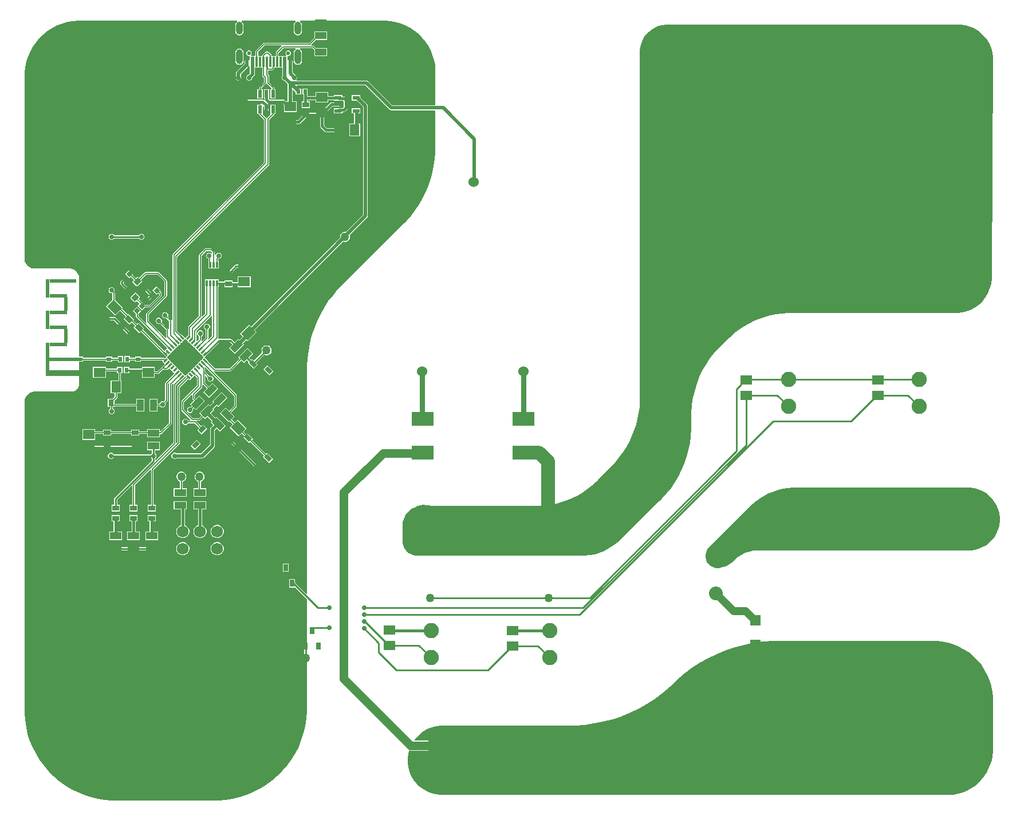
<source format=gtl>
G04*
G04 #@! TF.GenerationSoftware,Altium Limited,Altium Designer,23.9.2 (47)*
G04*
G04 Layer_Physical_Order=1*
G04 Layer_Color=255*
%FSLAX25Y25*%
%MOIN*%
G70*
G04*
G04 #@! TF.SameCoordinates,32FA3CAB-4A21-4C27-9538-83D2161AB544*
G04*
G04*
G04 #@! TF.FilePolarity,Positive*
G04*
G01*
G75*
%ADD12C,0.01000*%
G04:AMPARAMS|DCode=19|XSize=25.59mil|YSize=41.34mil|CornerRadius=0mil|HoleSize=0mil|Usage=FLASHONLY|Rotation=225.000|XOffset=0mil|YOffset=0mil|HoleType=Round|Shape=Rectangle|*
%AMROTATEDRECTD19*
4,1,4,-0.00557,0.02366,0.02366,-0.00557,0.00557,-0.02366,-0.02366,0.00557,-0.00557,0.02366,0.0*
%
%ADD19ROTATEDRECTD19*%

%ADD20R,0.02559X0.04134*%
G04:AMPARAMS|DCode=21|XSize=25.59mil|YSize=41.34mil|CornerRadius=0mil|HoleSize=0mil|Usage=FLASHONLY|Rotation=135.000|XOffset=0mil|YOffset=0mil|HoleType=Round|Shape=Rectangle|*
%AMROTATEDRECTD21*
4,1,4,0.02366,0.00557,-0.00557,-0.02366,-0.02366,-0.00557,0.00557,0.02366,0.02366,0.00557,0.0*
%
%ADD21ROTATEDRECTD21*%

%ADD22R,0.01181X0.05906*%
%ADD23R,0.12520X0.07874*%
G04:AMPARAMS|DCode=24|XSize=135.83mil|YSize=135.83mil|CornerRadius=6.79mil|HoleSize=0mil|Usage=FLASHONLY|Rotation=225.000|XOffset=0mil|YOffset=0mil|HoleType=Round|Shape=RoundedRectangle|*
%AMROUNDEDRECTD24*
21,1,0.13583,0.12224,0,0,225.0*
21,1,0.12224,0.13583,0,0,225.0*
1,1,0.01358,-0.08644,0.00000*
1,1,0.01358,0.00000,0.08644*
1,1,0.01358,0.08644,0.00000*
1,1,0.01358,0.00000,-0.08644*
%
%ADD24ROUNDEDRECTD24*%
%ADD25R,0.02362X0.02756*%
G04:AMPARAMS|DCode=26|XSize=39.37mil|YSize=66.93mil|CornerRadius=0mil|HoleSize=0mil|Usage=FLASHONLY|Rotation=315.000|XOffset=0mil|YOffset=0mil|HoleType=Round|Shape=Rectangle|*
%AMROTATEDRECTD26*
4,1,4,-0.03758,-0.00974,0.00974,0.03758,0.03758,0.00974,-0.00974,-0.03758,-0.03758,-0.00974,0.0*
%
%ADD26ROTATEDRECTD26*%

G04:AMPARAMS|DCode=27|XSize=55.12mil|YSize=66.93mil|CornerRadius=0mil|HoleSize=0mil|Usage=FLASHONLY|Rotation=45.000|XOffset=0mil|YOffset=0mil|HoleType=Round|Shape=Rectangle|*
%AMROTATEDRECTD27*
4,1,4,0.00418,-0.04315,-0.04315,0.00418,-0.00418,0.04315,0.04315,-0.00418,0.00418,-0.04315,0.0*
%
%ADD27ROTATEDRECTD27*%

G04:AMPARAMS|DCode=28|XSize=9.84mil|YSize=27.56mil|CornerRadius=0.49mil|HoleSize=0mil|Usage=FLASHONLY|Rotation=45.000|XOffset=0mil|YOffset=0mil|HoleType=Round|Shape=RoundedRectangle|*
%AMROUNDEDRECTD28*
21,1,0.00984,0.02657,0,0,45.0*
21,1,0.00886,0.02756,0,0,45.0*
1,1,0.00098,0.01253,-0.00626*
1,1,0.00098,0.00626,-0.01253*
1,1,0.00098,-0.01253,0.00626*
1,1,0.00098,-0.00626,0.01253*
%
%ADD28ROUNDEDRECTD28*%
G04:AMPARAMS|DCode=29|XSize=9.84mil|YSize=27.56mil|CornerRadius=0.49mil|HoleSize=0mil|Usage=FLASHONLY|Rotation=315.000|XOffset=0mil|YOffset=0mil|HoleType=Round|Shape=RoundedRectangle|*
%AMROUNDEDRECTD29*
21,1,0.00984,0.02657,0,0,315.0*
21,1,0.00886,0.02756,0,0,315.0*
1,1,0.00098,-0.00626,-0.01253*
1,1,0.00098,-0.01253,-0.00626*
1,1,0.00098,0.00626,0.01253*
1,1,0.00098,0.01253,0.00626*
%
%ADD29ROUNDEDRECTD29*%
%ADD30R,0.02756X0.02362*%
%ADD31R,0.01181X0.03543*%
%ADD33R,0.03150X0.03937*%
%ADD34R,0.06693X0.05512*%
G04:AMPARAMS|DCode=35|XSize=55.12mil|YSize=66.93mil|CornerRadius=0mil|HoleSize=0mil|Usage=FLASHONLY|Rotation=315.000|XOffset=0mil|YOffset=0mil|HoleType=Round|Shape=Rectangle|*
%AMROTATEDRECTD35*
4,1,4,-0.04315,-0.00418,0.00418,0.04315,0.04315,0.00418,-0.00418,-0.04315,-0.04315,-0.00418,0.0*
%
%ADD35ROTATEDRECTD35*%

%ADD36R,0.05512X0.06693*%
G04:AMPARAMS|DCode=37|XSize=31.5mil|YSize=39.37mil|CornerRadius=0mil|HoleSize=0mil|Usage=FLASHONLY|Rotation=45.000|XOffset=0mil|YOffset=0mil|HoleType=Round|Shape=Rectangle|*
%AMROTATEDRECTD37*
4,1,4,0.00278,-0.02506,-0.02506,0.00278,-0.00278,0.02506,0.02506,-0.00278,0.00278,-0.02506,0.0*
%
%ADD37ROTATEDRECTD37*%

%ADD38R,0.03937X0.03150*%
%ADD39R,0.06693X0.03937*%
%ADD40R,0.04134X0.02559*%
%ADD41R,0.02362X0.05906*%
G04:AMPARAMS|DCode=42|XSize=23.62mil|YSize=27.56mil|CornerRadius=0mil|HoleSize=0mil|Usage=FLASHONLY|Rotation=45.000|XOffset=0mil|YOffset=0mil|HoleType=Round|Shape=Rectangle|*
%AMROTATEDRECTD42*
4,1,4,0.00139,-0.01810,-0.01810,0.00139,-0.00139,0.01810,0.01810,-0.00139,0.00139,-0.01810,0.0*
%
%ADD42ROTATEDRECTD42*%

G04:AMPARAMS|DCode=43|XSize=35.43mil|YSize=31.5mil|CornerRadius=1.58mil|HoleSize=0mil|Usage=FLASHONLY|Rotation=225.000|XOffset=0mil|YOffset=0mil|HoleType=Round|Shape=RoundedRectangle|*
%AMROUNDEDRECTD43*
21,1,0.03543,0.02835,0,0,225.0*
21,1,0.03228,0.03150,0,0,225.0*
1,1,0.00315,-0.02144,-0.00139*
1,1,0.00315,0.00139,0.02144*
1,1,0.00315,0.02144,0.00139*
1,1,0.00315,-0.00139,-0.02144*
%
%ADD43ROUNDEDRECTD43*%
%ADD44R,0.02362X0.04724*%
%ADD45R,0.04134X0.02362*%
G04:AMPARAMS|DCode=46|XSize=39.37mil|YSize=66.93mil|CornerRadius=0mil|HoleSize=0mil|Usage=FLASHONLY|Rotation=225.000|XOffset=0mil|YOffset=0mil|HoleType=Round|Shape=Rectangle|*
%AMROTATEDRECTD46*
4,1,4,-0.00974,0.03758,0.03758,-0.00974,0.00974,-0.03758,-0.03758,0.00974,-0.00974,0.03758,0.0*
%
%ADD46ROTATEDRECTD46*%

G04:AMPARAMS|DCode=47|XSize=41.34mil|YSize=25.59mil|CornerRadius=0mil|HoleSize=0mil|Usage=FLASHONLY|Rotation=135.000|XOffset=0mil|YOffset=0mil|HoleType=Round|Shape=Rectangle|*
%AMROTATEDRECTD47*
4,1,4,0.02366,-0.00557,0.00557,-0.02366,-0.02366,0.00557,-0.00557,0.02366,0.02366,-0.00557,0.0*
%
%ADD47ROTATEDRECTD47*%

%ADD48R,0.03937X0.06693*%
%ADD49R,0.06299X0.05906*%
%ADD93R,0.06496X0.00984*%
%ADD94R,0.19291X0.03543*%
%ADD95R,0.01968X0.19685*%
%ADD96R,0.19291X0.01968*%
%ADD97R,0.10394X0.01968*%
%ADD98R,0.01968X0.07874*%
%ADD99R,0.01968X0.10630*%
%ADD100R,0.15512X0.01968*%
%ADD101C,0.07874*%
%ADD102C,0.02000*%
%ADD103C,0.00669*%
%ADD104C,0.01500*%
%ADD105C,0.03000*%
%ADD106C,0.05000*%
%ADD107C,0.04500*%
%ADD108C,0.08858*%
%ADD109R,0.29528X0.05906*%
%ADD110C,0.06890*%
%ADD111C,0.02362*%
%ADD112O,0.03937X0.08661*%
%ADD113O,0.03937X0.07480*%
%ADD114C,0.06000*%
%ADD115C,0.08000*%
%ADD116C,0.07087*%
%ADD117R,0.07087X0.07087*%
%ADD118C,0.02756*%
%ADD119C,0.05000*%
%ADD120C,0.02559*%
G36*
X545371Y453937D02*
Y453937D01*
X546705Y453937D01*
X549348Y453588D01*
X551924Y452896D01*
X554386Y451872D01*
X556693Y450535D01*
X558805Y448908D01*
X560686Y447018D01*
X562304Y444898D01*
X563630Y442585D01*
X564642Y440118D01*
X565322Y437539D01*
X565659Y434894D01*
X565652Y433561D01*
X565059Y307181D01*
X565059Y307181D01*
X565053Y305779D01*
X564675Y303001D01*
X563939Y300295D01*
X562857Y297708D01*
X561447Y295284D01*
X559734Y293064D01*
X557747Y291086D01*
X555519Y289384D01*
X553089Y287985D01*
X550497Y286915D01*
X547788Y286192D01*
X545008Y285827D01*
X448003D01*
X448003Y285827D01*
X446295Y285799D01*
X442886Y285575D01*
X439499Y285129D01*
X436148Y284463D01*
X432848Y283579D01*
X429613Y282481D01*
X426457Y281173D01*
X423392Y279662D01*
X420434Y277954D01*
X417593Y276056D01*
X414883Y273976D01*
X412314Y271723D01*
X411086Y270535D01*
X406813Y266262D01*
X405519Y264925D01*
X403065Y262127D01*
X400800Y259175D01*
X398733Y256081D01*
X396872Y252858D01*
X395226Y249521D01*
X393802Y246083D01*
X392606Y242559D01*
X391643Y238965D01*
X390917Y235315D01*
X390431Y231626D01*
X390188Y227912D01*
X390158Y226052D01*
Y220471D01*
X390158Y220471D01*
X390158Y218421D01*
X389885Y214330D01*
X389342Y210266D01*
X388531Y206246D01*
X387454Y202290D01*
X386117Y198414D01*
X384526Y194635D01*
X382687Y190970D01*
X380610Y187435D01*
X378302Y184046D01*
X375774Y180817D01*
X373038Y177764D01*
X371572Y176331D01*
X348117Y153418D01*
X347031Y152357D01*
X344665Y150455D01*
X342126Y148791D01*
X339438Y147379D01*
X336626Y146233D01*
X333717Y145365D01*
X330738Y144781D01*
X327716Y144488D01*
X230709D01*
X229855Y144488D01*
X228182Y144821D01*
X226606Y145474D01*
X225187Y146422D01*
X223981Y147628D01*
X223033Y149047D01*
X222380Y150623D01*
X222047Y152296D01*
X222047Y153150D01*
Y164173D01*
X222047Y164173D01*
X222047Y164173D01*
X222280Y165025D01*
X222962Y166653D01*
X223852Y168177D01*
X224933Y169573D01*
X226186Y170816D01*
X227592Y171884D01*
X229124Y172760D01*
X230758Y173428D01*
X232466Y173878D01*
X234217Y174100D01*
X235982Y174092D01*
X237731Y173854D01*
X238583Y173622D01*
X299801Y173622D01*
X300274Y173622D01*
X300274Y173622D01*
X300274Y173622D01*
X301927Y173650D01*
X305226Y173871D01*
X308502Y174314D01*
X311741Y174975D01*
X314929Y175851D01*
X318050Y176940D01*
X321092Y178235D01*
X324040Y179731D01*
X326881Y181422D01*
X329602Y183299D01*
X332191Y185355D01*
X334637Y187580D01*
X335802Y188752D01*
X344752Y198063D01*
X344752Y198063D01*
X344752Y198063D01*
X345958Y199359D01*
X348243Y202062D01*
X350352Y204906D01*
X352274Y207878D01*
X354004Y210966D01*
X355533Y214159D01*
X356855Y217443D01*
X357965Y220804D01*
X358858Y224229D01*
X359532Y227705D01*
X359982Y231216D01*
X360208Y234748D01*
X360236Y236518D01*
X360236Y437795D01*
X360236Y437795D01*
X360236Y437795D01*
X360236Y438853D01*
X360512Y440951D01*
X361060Y442995D01*
X361870Y444950D01*
X362928Y446782D01*
X364216Y448461D01*
X365712Y449957D01*
X367391Y451245D01*
X369223Y452303D01*
X371178Y453113D01*
X373222Y453661D01*
X375320Y453937D01*
X376378Y453937D01*
X538583Y453937D01*
X545371Y453937D01*
D02*
G37*
G36*
X151644Y441277D02*
X148495Y438128D01*
X148334Y437887D01*
X148277Y437602D01*
Y435697D01*
X146067D01*
X145811Y436091D01*
X145769Y436304D01*
X145608Y436545D01*
X144226Y437927D01*
X143985Y438088D01*
X143701Y438144D01*
X142520D01*
X142236Y438088D01*
X141995Y437927D01*
X140621Y436553D01*
X140460Y436312D01*
X140403Y436028D01*
Y435697D01*
X137951D01*
Y438082D01*
X141646Y441777D01*
X151437D01*
X151644Y441277D01*
D02*
G37*
G36*
X35039Y456299D02*
X125730Y456299D01*
X125803Y456206D01*
X125696Y455533D01*
X125368Y455313D01*
X124846Y454532D01*
X124662Y453610D01*
Y450067D01*
X124846Y449145D01*
X125368Y448364D01*
X126149Y447842D01*
X127071Y447658D01*
X127993Y447842D01*
X128774Y448364D01*
X129296Y449145D01*
X129479Y450067D01*
Y453610D01*
X129296Y454532D01*
X128774Y455313D01*
X128446Y455533D01*
X128338Y456206D01*
X128412Y456299D01*
X159784Y456299D01*
X159858Y456205D01*
X159751Y455532D01*
X159423Y455313D01*
X158901Y454532D01*
X158718Y453610D01*
Y450067D01*
X158901Y449145D01*
X159423Y448364D01*
X160204Y447842D01*
X161126Y447658D01*
X162048Y447842D01*
X162829Y448364D01*
X163351Y449145D01*
X163534Y450067D01*
Y453610D01*
X163351Y454532D01*
X162829Y455313D01*
X162501Y455532D01*
X162394Y456205D01*
X162468Y456298D01*
X211035Y456298D01*
X211035Y456298D01*
X211035Y456298D01*
X212522Y456298D01*
X215481Y456006D01*
X218396Y455425D01*
X221241Y454560D01*
X223987Y453420D01*
X226607Y452015D01*
X229077Y450360D01*
X231372Y448470D01*
X233470Y446363D01*
X235351Y444061D01*
X236997Y441585D01*
X238391Y438959D01*
X239521Y436209D01*
X240375Y433361D01*
X240945Y430443D01*
X241225Y427483D01*
X241219Y425997D01*
X241144Y406933D01*
X215943D01*
X201989Y420887D01*
X201528Y421195D01*
X200984Y421303D01*
X160294D01*
X160143Y421803D01*
X160192Y421836D01*
X160500Y422297D01*
X160608Y422841D01*
Y423045D01*
X160500Y423589D01*
X160192Y424050D01*
X158118Y426124D01*
Y432350D01*
X158010Y432894D01*
X157702Y433355D01*
X157241Y433663D01*
X156697Y433771D01*
X156153Y433663D01*
X155692Y433355D01*
X155622Y433250D01*
X155122Y433402D01*
Y435230D01*
X155202Y435697D01*
X155622Y435697D01*
X155829D01*
X156408Y435937D01*
X156851Y436380D01*
X157091Y436958D01*
Y437585D01*
X156851Y438164D01*
X156408Y438607D01*
X155829Y438846D01*
X155202D01*
X154624Y438607D01*
X154181Y438164D01*
X153941Y437585D01*
Y436958D01*
X154181Y436380D01*
X154364Y436197D01*
X154156Y435697D01*
X151972Y435697D01*
X151472Y435697D01*
X149762D01*
Y437295D01*
X152670Y440202D01*
X159771D01*
X159923Y439702D01*
X159423Y439368D01*
X158901Y438587D01*
X158718Y437665D01*
Y432941D01*
X158901Y432019D01*
X159423Y431238D01*
X160204Y430716D01*
X161126Y430533D01*
X162048Y430716D01*
X162829Y431238D01*
X163351Y432019D01*
X163534Y432941D01*
Y437665D01*
X163351Y438587D01*
X162829Y439368D01*
X162329Y439702D01*
X162481Y440202D01*
X169771D01*
X170669Y439304D01*
Y435630D01*
X178150D01*
Y440354D01*
X171720D01*
X170604Y441470D01*
X170363Y441631D01*
X170079Y441687D01*
X169035D01*
X168828Y442188D01*
X171720Y445079D01*
X178150D01*
Y449803D01*
X170669D01*
Y446129D01*
X167803Y443262D01*
X141339D01*
X141054Y443206D01*
X140814Y443045D01*
X136684Y438915D01*
X136523Y438674D01*
X136466Y438390D01*
Y436097D01*
X136224Y435697D01*
X135724Y435697D01*
X134040D01*
X133833Y436197D01*
X134016Y436380D01*
X134256Y436958D01*
Y437585D01*
X134016Y438164D01*
X133573Y438607D01*
X132994Y438846D01*
X132368D01*
X131789Y438607D01*
X131346Y438164D01*
X131106Y437585D01*
Y436958D01*
X131346Y436380D01*
X131789Y435937D01*
X132368Y435697D01*
X132575D01*
X132994Y435697D01*
X133075Y435230D01*
Y433402D01*
X132575Y433250D01*
X132505Y433355D01*
X132044Y433663D01*
X131500Y433771D01*
X130956Y433663D01*
X130495Y433355D01*
X130187Y432894D01*
X130079Y432350D01*
Y431167D01*
X125518Y426606D01*
X125210Y426145D01*
X125102Y425601D01*
Y423433D01*
X125065Y423378D01*
X124957Y422835D01*
X125065Y422291D01*
X125373Y421830D01*
X125834Y421522D01*
X126378Y421414D01*
X126922Y421522D01*
X127383Y421830D01*
X127527Y421975D01*
X127835Y422436D01*
X127944Y422979D01*
Y425013D01*
X132505Y429574D01*
X132575Y429679D01*
X133075Y429527D01*
Y429004D01*
X133229D01*
Y425661D01*
X132303Y424735D01*
X131806Y424530D01*
X131307Y424031D01*
X131038Y423380D01*
Y422675D01*
X131307Y422024D01*
X131806Y421526D01*
X132457Y421256D01*
X133162D01*
X133813Y421526D01*
X134311Y422024D01*
X134581Y422675D01*
Y422994D01*
X135654Y424068D01*
X135962Y424529D01*
X136071Y425072D01*
Y428568D01*
X136224Y429004D01*
X136724Y429004D01*
X140403D01*
Y424210D01*
X140460Y423926D01*
X140621Y423685D01*
X141383Y422922D01*
Y420386D01*
X138983Y417986D01*
X138822Y417745D01*
X138765Y417461D01*
Y416339D01*
X137598D01*
Y410827D01*
X140748D01*
Y416339D01*
X140251D01*
Y417153D01*
X142651Y419554D01*
X142651Y419554D01*
X142699Y419569D01*
X143229Y419521D01*
X143270Y419459D01*
X145891Y416839D01*
X145862Y416339D01*
X145079D01*
Y410827D01*
X148228D01*
Y416339D01*
X147396D01*
Y417126D01*
X147340Y417410D01*
X147179Y417651D01*
X144538Y420292D01*
Y423921D01*
X144481Y424205D01*
X144320Y424446D01*
X143857Y424910D01*
Y426654D01*
X144211Y427094D01*
X144765D01*
X145050Y427150D01*
X145139Y427210D01*
X146063D01*
X146347Y427267D01*
X146588Y427428D01*
X147320Y428160D01*
X147481Y428401D01*
X147538Y428685D01*
Y429004D01*
X151472D01*
X151972Y429004D01*
X152126Y428568D01*
Y424112D01*
X152045Y424031D01*
X151776Y423380D01*
Y422675D01*
X152045Y422024D01*
X152544Y421526D01*
X153195Y421256D01*
X153309D01*
X155272Y419293D01*
Y409252D01*
X154525D01*
X154437Y409270D01*
X154191D01*
X153580Y409880D01*
X153202Y410133D01*
X152756Y410221D01*
X144931D01*
X144483Y410682D01*
X144488Y410827D01*
X144488D01*
Y416339D01*
X141339D01*
Y410827D01*
X141747D01*
Y410236D01*
X141753Y410210D01*
X141550Y410033D01*
X141298Y409932D01*
X140997Y410133D01*
X140551Y410221D01*
X131102D01*
X130656Y410133D01*
X130278Y409880D01*
X130025Y409501D01*
X129936Y409055D01*
X130025Y408609D01*
X130278Y408231D01*
X130656Y407978D01*
X131102Y407889D01*
X139730D01*
X139801Y407784D01*
X139533Y407283D01*
X137598D01*
Y401772D01*
X138442D01*
X138487Y401546D01*
X138648Y401306D01*
X141383Y398570D01*
Y373534D01*
X88446Y320598D01*
X88285Y320357D01*
X88229Y320072D01*
Y281654D01*
X87729Y281605D01*
X87694Y281780D01*
X87533Y282021D01*
X85522Y284032D01*
X85630Y284293D01*
Y284998D01*
X85360Y285649D01*
X84862Y286148D01*
X84211Y286417D01*
X83506D01*
X82855Y286148D01*
X82356Y285649D01*
X82087Y284998D01*
Y284293D01*
X82356Y283642D01*
X82855Y283144D01*
X83506Y282874D01*
X84211D01*
X84472Y282982D01*
X86265Y281189D01*
Y276594D01*
X85765Y276545D01*
X85725Y276745D01*
X85565Y276986D01*
X81836Y280715D01*
X81944Y280976D01*
Y281680D01*
X81674Y282332D01*
X81176Y282830D01*
X80525Y283100D01*
X79820D01*
X79169Y282830D01*
X78671Y282332D01*
X78401Y281680D01*
Y280976D01*
X78671Y280325D01*
X79169Y279826D01*
X79820Y279556D01*
X80525D01*
X80786Y279664D01*
X84297Y276154D01*
Y272164D01*
X84353Y271879D01*
X84467Y271710D01*
X84078Y271391D01*
X74365Y281105D01*
Y285125D01*
X84777Y295538D01*
X84938Y295779D01*
X84995Y296063D01*
Y304724D01*
X84938Y305009D01*
X84777Y305250D01*
X80446Y309580D01*
X80205Y309741D01*
X79921Y309798D01*
X72416D01*
X72132Y309741D01*
X71891Y309580D01*
X68646Y306335D01*
X68169Y306812D01*
X67747Y306987D01*
X67325Y306812D01*
X66709Y306196D01*
X64904Y308001D01*
X65309Y308406D01*
X62804Y310912D01*
X60577Y308685D01*
X63082Y306179D01*
X63854Y306951D01*
X65659Y305146D01*
X65043Y304530D01*
X64868Y304108D01*
X65043Y303686D01*
X67047Y301681D01*
X67469Y301507D01*
X67891Y301681D01*
X70173Y303964D01*
X70348Y304386D01*
X70173Y304808D01*
X69696Y305285D01*
X72724Y308313D01*
X79614D01*
X83509Y304417D01*
Y296371D01*
X73097Y285958D01*
X72936Y285717D01*
X72879Y285433D01*
Y280797D01*
X72936Y280513D01*
X73049Y280343D01*
X72661Y280024D01*
X68388Y284298D01*
Y285567D01*
X69872Y287052D01*
X67366Y289557D01*
X65139Y287330D01*
X66902Y285567D01*
Y283990D01*
X66959Y283706D01*
X67120Y283465D01*
X85016Y265569D01*
X84795Y265085D01*
X84793Y265083D01*
X84511Y264966D01*
X83885Y264340D01*
X83768Y264057D01*
X83283Y263835D01*
X70898Y276219D01*
X71686Y277006D01*
X68345Y280347D01*
X67558Y279560D01*
X65387Y281731D01*
X65780Y282124D01*
X62440Y285465D01*
X62046Y285072D01*
X58684Y288434D01*
X59235Y288985D01*
X54688Y293532D01*
Y297458D01*
X54632Y297743D01*
X54471Y297984D01*
X54251Y298203D01*
X54258Y298209D01*
X54528Y298860D01*
Y299565D01*
X54258Y300216D01*
X53759Y300714D01*
X53108Y300984D01*
X52403D01*
X51752Y300714D01*
X51254Y300216D01*
X50984Y299565D01*
Y298860D01*
X51254Y298209D01*
X51752Y297711D01*
X52403Y297441D01*
X52913D01*
X53203Y297151D01*
Y293532D01*
X49491Y289820D01*
X54781Y284531D01*
X57634Y287384D01*
X60996Y284021D01*
X59656Y282681D01*
X62996Y279341D01*
X64336Y280681D01*
X66508Y278510D01*
X65561Y277563D01*
X68902Y274222D01*
X69848Y275169D01*
X82369Y262648D01*
X82353Y262609D01*
X82493Y262270D01*
X84297Y260466D01*
X84340Y260173D01*
X84297Y259881D01*
X83868Y259452D01*
X83740Y259580D01*
X83499Y259741D01*
X83215Y259798D01*
X69882D01*
Y260630D01*
X66339D01*
Y259798D01*
X63386D01*
Y260827D01*
X60236D01*
Y257283D01*
X63386D01*
Y258313D01*
X66339D01*
Y257480D01*
X69882D01*
Y258313D01*
X82076D01*
X82384Y257812D01*
X82353Y257737D01*
X82493Y257398D01*
X83119Y256772D01*
X83401Y256655D01*
X83403Y256654D01*
X83624Y256170D01*
X82141Y254686D01*
X79548Y252093D01*
X77756D01*
Y254500D01*
X70276D01*
Y253667D01*
X62992D01*
Y254528D01*
X59842D01*
Y250984D01*
X62992D01*
Y251845D01*
X70276D01*
Y248201D01*
X77756D01*
Y250608D01*
X79855D01*
X80139Y250664D01*
X80380Y250825D01*
X82573Y253018D01*
X82759D01*
X82999Y252857D01*
X83284Y252801D01*
X84832D01*
X85116Y252857D01*
X85357Y253018D01*
X86066Y253728D01*
X86550Y253506D01*
X86552Y253504D01*
X86669Y253222D01*
X87295Y252596D01*
X87577Y252479D01*
X87770Y252305D01*
X87944Y252112D01*
X88061Y251831D01*
X88687Y251204D01*
X88969Y251087D01*
X88971Y251086D01*
X89192Y250602D01*
X84121Y245530D01*
X83960Y245289D01*
X83903Y245005D01*
Y235347D01*
X82897Y234341D01*
X82636Y234449D01*
X81931D01*
X81280Y234179D01*
X80782Y233681D01*
X80512Y233030D01*
Y233026D01*
X79331D01*
Y236024D01*
X74606D01*
Y228543D01*
X79331D01*
Y231541D01*
X80914D01*
X81280Y231175D01*
X81931Y230906D01*
X82636D01*
X83287Y231175D01*
X83785Y231674D01*
X84055Y232325D01*
Y233030D01*
X83947Y233291D01*
X85171Y234514D01*
X85332Y234755D01*
X85388Y235039D01*
Y244698D01*
X86047Y245356D01*
X86435Y245037D01*
X86322Y244868D01*
X86265Y244584D01*
Y221961D01*
X81406Y217101D01*
X80905Y217308D01*
Y218280D01*
X73425D01*
Y216962D01*
X68898D01*
Y217892D01*
X63976D01*
Y216962D01*
X52559D01*
Y217892D01*
X47638D01*
Y216962D01*
X43110D01*
Y218280D01*
X35630D01*
Y211980D01*
X43110D01*
Y215476D01*
X47638D01*
Y214546D01*
X52559D01*
Y215476D01*
X63976D01*
Y214546D01*
X68898D01*
Y215476D01*
X73425D01*
Y213555D01*
X80905D01*
Y215399D01*
X81496D01*
X81780Y215456D01*
X82021Y215617D01*
X87533Y221128D01*
X87694Y221369D01*
X87751Y221654D01*
Y244276D01*
X88409Y244935D01*
X88797Y244616D01*
X88684Y244446D01*
X88627Y244162D01*
Y210150D01*
X78577Y200099D01*
X78077Y200306D01*
Y201216D01*
X78169Y201254D01*
X78667Y201752D01*
X78937Y202403D01*
Y203108D01*
X78667Y203760D01*
X78169Y204258D01*
X78077Y204296D01*
Y206075D01*
X80905D01*
Y210799D01*
X73425D01*
Y206075D01*
X76254D01*
Y204296D01*
X76162Y204258D01*
X75663Y203760D01*
X75625Y203667D01*
X53902D01*
X53864Y203760D01*
X53366Y204258D01*
X52715Y204528D01*
X52010D01*
X51359Y204258D01*
X50860Y203760D01*
X50591Y203108D01*
Y202403D01*
X50860Y201752D01*
X51359Y201254D01*
X52010Y200984D01*
X52715D01*
X53366Y201254D01*
X53864Y201752D01*
X53902Y201845D01*
X75625D01*
X75663Y201752D01*
X76162Y201254D01*
X76254Y201216D01*
Y199984D01*
X54387Y178117D01*
X54190Y177821D01*
X54120Y177472D01*
Y174279D01*
X52669D01*
Y170343D01*
X57394D01*
Y174279D01*
X55943D01*
Y177095D01*
X64327Y185479D01*
X64789Y185288D01*
Y174279D01*
X63169D01*
Y170343D01*
X67894D01*
Y174279D01*
X66274D01*
Y185696D01*
X75135Y194558D01*
X75635Y194351D01*
Y174279D01*
X73669D01*
Y170343D01*
X78394D01*
Y174279D01*
X77121D01*
Y194574D01*
X92257Y209711D01*
X92418Y209952D01*
X92475Y210236D01*
Y242606D01*
X97316Y247447D01*
X97735Y247028D01*
X98074Y246888D01*
X98413Y247028D01*
X99039Y247655D01*
X99156Y247937D01*
X99330Y248129D01*
X99523Y248304D01*
X99805Y248420D01*
X100431Y249047D01*
X100548Y249328D01*
X100549Y249330D01*
X101033Y249552D01*
X102407Y248178D01*
Y243615D01*
X93569Y234777D01*
X93408Y234536D01*
X93352Y234252D01*
Y229528D01*
X93408Y229243D01*
X93569Y229002D01*
X98888Y223684D01*
X98681Y223184D01*
X97279D01*
X97171Y223445D01*
X96673Y223943D01*
X96022Y224213D01*
X95317D01*
X94666Y223943D01*
X94167Y223445D01*
X93898Y222793D01*
Y222089D01*
X94167Y221437D01*
X94666Y220939D01*
X95317Y220669D01*
X96022D01*
X96673Y220939D01*
X97171Y221437D01*
X97279Y221698D01*
X100977D01*
X103855Y218820D01*
X102641Y217605D01*
X105007Y215239D01*
X108487Y218719D01*
X106121Y221085D01*
X104906Y219870D01*
X102003Y222773D01*
X102210Y223273D01*
X103715D01*
X103999Y223330D01*
X104240Y223491D01*
X106037Y225288D01*
X107182Y224143D01*
X108540Y225500D01*
X111029Y223011D01*
X110363Y222345D01*
X112003Y220706D01*
X110413Y219115D01*
X110105Y218654D01*
X109996Y218110D01*
Y209250D01*
X104923Y204177D01*
X90455D01*
X90374Y204258D01*
X89723Y204528D01*
X89018D01*
X88367Y204258D01*
X87868Y203760D01*
X87598Y203108D01*
Y202403D01*
X87868Y201752D01*
X88367Y201254D01*
X89018Y200984D01*
X89723D01*
X90374Y201254D01*
X90455Y201335D01*
X105512D01*
X106056Y201443D01*
X106517Y201751D01*
X112422Y207657D01*
X112730Y208118D01*
X112838Y208661D01*
Y217522D01*
X114013Y218696D01*
X115653Y217056D01*
X118993Y220397D01*
X113704Y225686D01*
X113038Y225021D01*
X110549Y227510D01*
X112471Y229432D01*
X111904Y229999D01*
X113899Y231993D01*
X114663Y231229D01*
X119952Y236519D01*
X116611Y239859D01*
X111322Y234570D01*
X111889Y234003D01*
X109895Y232009D01*
X109131Y232773D01*
X103841Y227483D01*
X104987Y226338D01*
X103407Y224758D01*
X99914D01*
X94837Y229835D01*
Y233944D01*
X99151Y238258D01*
X99651Y238051D01*
Y236221D01*
X99708Y235936D01*
X99869Y235695D01*
X100672Y234892D01*
X98552Y232773D01*
X99586Y231739D01*
X99039Y231191D01*
X98778Y231299D01*
X98073D01*
X97422Y231030D01*
X96923Y230531D01*
X96653Y229880D01*
Y229175D01*
X96923Y228524D01*
X97422Y228026D01*
X98073Y227756D01*
X98778D01*
X99429Y228026D01*
X99927Y228524D01*
X100197Y229175D01*
Y229880D01*
X100089Y230141D01*
X100636Y230689D01*
X101893Y229432D01*
X107182Y234721D01*
X103841Y238062D01*
X101722Y235943D01*
X101136Y236528D01*
Y238275D01*
X105250Y242388D01*
X105411Y242629D01*
X105467Y242913D01*
Y243957D01*
X105967Y244164D01*
X108152Y241979D01*
X106032Y239859D01*
X109373Y236519D01*
X114662Y241808D01*
X111322Y245149D01*
X109202Y243029D01*
X107042Y245189D01*
Y249129D01*
X107504Y249320D01*
X108573Y248251D01*
X108465Y247990D01*
Y247285D01*
X108734Y246634D01*
X109233Y246136D01*
X109884Y245866D01*
X110589D01*
X111240Y246136D01*
X111738Y246634D01*
X112008Y247285D01*
Y247990D01*
X111738Y248641D01*
X111240Y249140D01*
X110589Y249410D01*
X109884D01*
X109623Y249301D01*
X107042Y251882D01*
Y253688D01*
X106985Y253972D01*
X106872Y254141D01*
X107260Y254460D01*
X124060Y237660D01*
Y231804D01*
X121113Y228856D01*
X118993Y230975D01*
X115653Y227635D01*
X120942Y222345D01*
X121443Y222847D01*
X123240Y221050D01*
X121538Y219348D01*
X126828Y214058D01*
X128537Y215768D01*
X129990Y214315D01*
X129332Y213657D01*
X132812Y210177D01*
X133470Y210835D01*
X141544Y202762D01*
X140885Y202104D01*
X144365Y198624D01*
X146732Y200990D01*
X143252Y204470D01*
X142594Y203812D01*
X134520Y211885D01*
X135179Y212543D01*
X131699Y216023D01*
X131041Y215365D01*
X129588Y216818D01*
X131282Y218512D01*
X125993Y223802D01*
X124291Y222100D01*
X122494Y223897D01*
X124283Y225686D01*
X122163Y227806D01*
X125328Y230971D01*
X125489Y231212D01*
X125546Y231496D01*
Y237968D01*
X125489Y238252D01*
X125328Y238493D01*
X112026Y251795D01*
X112345Y252183D01*
X112514Y252070D01*
X112799Y252013D01*
X121653D01*
X121938Y252070D01*
X122179Y252231D01*
X128235Y258287D01*
X129663Y256858D01*
X131428Y258622D01*
X132603Y257447D01*
X132064Y256908D01*
X135544Y253428D01*
X137911Y255794D01*
X136867Y256838D01*
X141612Y261583D01*
X141797Y261477D01*
X142532Y261280D01*
X143294D01*
X144030Y261477D01*
X144690Y261858D01*
X145229Y262397D01*
X145610Y263056D01*
X145807Y263792D01*
Y264554D01*
X145610Y265290D01*
X145229Y265950D01*
X144690Y266489D01*
X144030Y266870D01*
X143294Y267067D01*
X142532D01*
X141797Y266870D01*
X141137Y266489D01*
X140598Y265950D01*
X140217Y265290D01*
X140020Y264554D01*
Y263792D01*
X140217Y263056D01*
X140323Y262872D01*
X135578Y258127D01*
X134431Y259274D01*
X133892Y258735D01*
X132716Y259911D01*
X134953Y262148D01*
X131612Y265488D01*
X126323Y260199D01*
X127184Y259337D01*
X121346Y253499D01*
X113106D01*
X108907Y257698D01*
X108923Y257737D01*
X108783Y258076D01*
X106978Y259881D01*
X106935Y260173D01*
X106978Y260466D01*
X108783Y262270D01*
X108794Y262297D01*
X115664Y269167D01*
X121355D01*
X123034Y267489D01*
X121033Y265488D01*
X124374Y262148D01*
X129663Y267437D01*
X128998Y268103D01*
X131149Y270254D01*
X131898Y269505D01*
X137188Y274795D01*
X135965Y276017D01*
X187546Y327597D01*
X188202Y327421D01*
X188964D01*
X189700Y327619D01*
X190359Y327999D01*
X190898Y328538D01*
X191279Y329198D01*
X191476Y329934D01*
Y330696D01*
X191300Y331352D01*
X201398Y341450D01*
X201707Y341911D01*
X201815Y342455D01*
Y406693D01*
X201707Y407237D01*
X201398Y407698D01*
X197441Y411655D01*
Y412795D01*
X192520D01*
Y409646D01*
X195431D01*
X198973Y406104D01*
Y343043D01*
X189101Y333172D01*
X188964Y333209D01*
X188202D01*
X187466Y333012D01*
X186806Y332630D01*
X186267Y332092D01*
X185886Y331432D01*
X185689Y330696D01*
Y329934D01*
X185726Y329797D01*
X133956Y278027D01*
X132733Y279249D01*
X127444Y273959D01*
X129140Y272264D01*
X126988Y270112D01*
X126323Y270778D01*
X124322Y268777D01*
X122377Y270723D01*
X122081Y270921D01*
X121732Y270990D01*
X115287D01*
X115046Y270942D01*
X114788Y271161D01*
X114788Y271161D01*
X114677Y271340D01*
X114719Y271552D01*
Y301181D01*
X114961D01*
Y302435D01*
X118504D01*
Y301069D01*
X123228D01*
Y302127D01*
X126181D01*
Y301069D01*
X133661D01*
Y307368D01*
X126181D01*
Y303949D01*
X123228D01*
Y305006D01*
X118504D01*
Y304258D01*
X114961D01*
Y305512D01*
X111524D01*
X111024Y305512D01*
X110524Y305512D01*
X107087D01*
Y301181D01*
X107206D01*
Y285422D01*
X105561Y283776D01*
X105418Y283800D01*
X105073Y283996D01*
Y319377D01*
X107788Y322092D01*
X110322D01*
X111265Y321149D01*
X111219Y320668D01*
X110765Y320480D01*
X110452Y320793D01*
X109801Y321063D01*
X109096D01*
X108445Y320793D01*
X107947Y320295D01*
X107677Y319644D01*
Y318939D01*
X107947Y318288D01*
X108445Y317789D01*
X109041Y317543D01*
Y314232D01*
X109055Y314161D01*
Y311811D01*
X111024Y311811D01*
X111524Y311811D01*
X114961D01*
Y316142D01*
X114719D01*
Y317435D01*
X114804Y317520D01*
X115313D01*
X115964Y317789D01*
X116463Y318288D01*
X116732Y318939D01*
Y319644D01*
X116463Y320295D01*
X115964Y320793D01*
X115313Y321063D01*
X114608D01*
X113957Y320793D01*
X113459Y320295D01*
X113251Y319792D01*
X112750Y319892D01*
Y321457D01*
X112694Y321741D01*
X112533Y321982D01*
X111155Y323360D01*
X110914Y323521D01*
X110630Y323577D01*
X107480D01*
X107196Y323521D01*
X106955Y323360D01*
X103806Y320210D01*
X103645Y319969D01*
X103588Y319685D01*
Y284166D01*
X97549Y278126D01*
X97388Y277886D01*
X97331Y277601D01*
Y272915D01*
X95930Y271514D01*
X95638Y271471D01*
X95345Y271514D01*
X93541Y273318D01*
X93202Y273459D01*
X93163Y273442D01*
X93142Y273462D01*
X92901Y273623D01*
X92737Y273656D01*
X90894Y275499D01*
Y318584D01*
X144320Y372010D01*
X144481Y372251D01*
X144538Y372535D01*
Y398665D01*
X147179Y401306D01*
X147340Y401546D01*
X147384Y401772D01*
X148228D01*
Y407283D01*
X145079D01*
Y401772D01*
X145079D01*
X145215Y401442D01*
X143270Y399498D01*
X143229Y399435D01*
X142699Y399388D01*
X142651Y399403D01*
X142651Y399403D01*
X140612Y401442D01*
X140748Y401772D01*
X140748D01*
Y406028D01*
X141248Y406295D01*
X141316Y406250D01*
Y404959D01*
X141405Y404512D01*
X141658Y404134D01*
X142089Y403703D01*
X142467Y403450D01*
X142913Y403362D01*
X143360Y403450D01*
X143738Y403703D01*
X143991Y404081D01*
X144079Y404528D01*
X143991Y404974D01*
X143738Y405352D01*
X143648Y405442D01*
Y407124D01*
X143577Y407482D01*
X143764Y407767D01*
X143925Y407923D01*
X144095Y407889D01*
X152273D01*
X152628Y407534D01*
X152953Y407317D01*
Y402953D01*
X160433D01*
Y409252D01*
X158114D01*
Y415798D01*
X158576Y415989D01*
X159843Y414723D01*
Y413189D01*
X162992D01*
Y416732D01*
X161852D01*
X160585Y417999D01*
X160777Y418461D01*
X200396D01*
X214350Y404507D01*
X214810Y404199D01*
X215354Y404091D01*
X240779D01*
X241132Y403737D01*
X241045Y381736D01*
X241045Y381736D01*
X241037Y379725D01*
X240759Y375711D01*
X240221Y371725D01*
X239425Y367781D01*
X238373Y363898D01*
X237072Y360091D01*
X235525Y356378D01*
X233739Y352773D01*
X231723Y349291D01*
X229485Y345948D01*
X227034Y342758D01*
X224380Y339735D01*
X222958Y338312D01*
X186085Y301440D01*
X186085Y301440D01*
X184543Y299811D01*
X181622Y296407D01*
X178930Y292819D01*
X176479Y289062D01*
X174278Y285154D01*
X172338Y281110D01*
X170667Y276947D01*
X169271Y272684D01*
X168157Y268339D01*
X167330Y263931D01*
X166793Y259478D01*
X166548Y254999D01*
X166535Y252756D01*
X166535Y122414D01*
X166074Y122223D01*
X159547Y128749D01*
Y131004D01*
X156201D01*
Y126083D01*
X159547D01*
X159547Y126083D01*
Y126083D01*
X159917Y125802D01*
X166535Y119184D01*
Y92933D01*
X166477Y92871D01*
X166035Y92680D01*
X165900Y92771D01*
X165551Y92840D01*
X165202Y92771D01*
X164907Y92573D01*
X164709Y92278D01*
X164640Y91929D01*
X164709Y91580D01*
X164738Y91537D01*
Y85138D01*
X164808Y84789D01*
X165005Y84493D01*
X165104Y84395D01*
X165399Y84197D01*
X165748Y84128D01*
X166035Y84185D01*
X166173Y84144D01*
X166535Y83889D01*
Y55905D01*
X166535Y55905D01*
Y53786D01*
X166203Y49561D01*
X165540Y45375D01*
X164550Y41254D01*
X163241Y37223D01*
X161619Y33307D01*
X159695Y29530D01*
X157480Y25917D01*
X154989Y22488D01*
X152236Y19265D01*
X149239Y16268D01*
X146016Y13515D01*
X142587Y11024D01*
X138973Y8809D01*
X135197Y6885D01*
X131281Y5263D01*
X127250Y3954D01*
X123129Y2964D01*
X118943Y2301D01*
X114718Y1969D01*
X112598Y1969D01*
X55118D01*
X53030Y1969D01*
X48866Y2296D01*
X44741Y2950D01*
X40680Y3924D01*
X36708Y5215D01*
X32849Y6813D01*
X29128Y8709D01*
X25567Y10892D01*
X22188Y13347D01*
X19012Y16059D01*
X16059Y19012D01*
X13347Y22188D01*
X10892Y25567D01*
X8709Y29128D01*
X6813Y32849D01*
X5215Y36708D01*
X3924Y40680D01*
X2950Y44741D01*
X2296Y48866D01*
X1969Y53030D01*
Y55118D01*
Y230315D01*
Y234479D01*
X2211Y235696D01*
X2685Y236842D01*
X3375Y237874D01*
X4252Y238751D01*
X5284Y239440D01*
X6430Y239915D01*
X7647Y240158D01*
X9055D01*
X11392Y240164D01*
X11811Y240158D01*
X27953D01*
X28634Y240158D01*
X29134Y240158D01*
Y240158D01*
X29597Y240180D01*
X29622Y240185D01*
X30505Y240361D01*
X31361Y240715D01*
X32131Y241230D01*
X32786Y241884D01*
X33301Y242655D01*
X33655Y243510D01*
X33836Y244419D01*
X33858Y244882D01*
X33858Y248819D01*
Y252756D01*
Y257677D01*
X36220D01*
Y258313D01*
X49409D01*
Y257480D01*
X52953D01*
Y258313D01*
X56299D01*
Y257283D01*
X59449D01*
Y260827D01*
X56299D01*
Y259798D01*
X52953D01*
Y260630D01*
X49409D01*
Y259798D01*
X36220D01*
Y260433D01*
X33858D01*
Y305906D01*
X33858Y305906D01*
X33858Y305906D01*
X33834Y306486D01*
X33613Y307625D01*
X33173Y308698D01*
X32531Y309663D01*
X31710Y310484D01*
X30745Y311126D01*
X29672Y311566D01*
X28533Y311786D01*
X27953Y311811D01*
X7874Y311811D01*
X7873Y311811D01*
X7292Y311810D01*
X6150Y312036D01*
X5075Y312481D01*
X4107Y313127D01*
X3284Y313950D01*
X2638Y314917D01*
X2193Y315993D01*
X1968Y317134D01*
X1969Y317716D01*
X1969Y424409D01*
X1969D01*
X1969Y424409D01*
X1997Y426005D01*
X2368Y429175D01*
X3047Y432294D01*
X4029Y435331D01*
X5304Y438257D01*
X6859Y441044D01*
X8681Y443666D01*
X10750Y446096D01*
X13048Y448312D01*
X15552Y450291D01*
X18237Y452016D01*
X21079Y453469D01*
X24050Y454637D01*
X27121Y455508D01*
X30262Y456073D01*
X33444Y456328D01*
X35039Y456299D01*
D02*
G37*
G36*
X111265Y284316D02*
Y272675D01*
X109229Y270639D01*
X108840Y270957D01*
X108954Y271127D01*
X109010Y271411D01*
Y276343D01*
X109271Y276451D01*
X109770Y276949D01*
X110039Y277600D01*
Y278305D01*
X109770Y278956D01*
X109271Y279455D01*
X108620Y279724D01*
X107915D01*
X107264Y279455D01*
X106766Y278956D01*
X106496Y278305D01*
Y277600D01*
X106766Y276949D01*
X107264Y276451D01*
X107525Y276343D01*
Y271719D01*
X105292Y269485D01*
X104903Y269804D01*
X105017Y269974D01*
X105073Y270258D01*
Y272406D01*
X105334Y272514D01*
X105833Y273012D01*
X106102Y273663D01*
Y274368D01*
X105833Y275019D01*
X105334Y275518D01*
X104683Y275787D01*
X103978D01*
X103327Y275518D01*
X102829Y275019D01*
X102559Y274368D01*
Y273663D01*
X102829Y273012D01*
X103327Y272514D01*
X103588Y272406D01*
Y270566D01*
X102449Y269427D01*
X102005Y269595D01*
X101939Y269695D01*
X101992Y269961D01*
Y275351D01*
X110564Y283924D01*
X110725Y284165D01*
X110765Y284365D01*
X111265Y284316D01*
D02*
G37*
G36*
X95930Y270686D02*
X96482Y270135D01*
X96759Y270020D01*
X96821Y269994D01*
X97107Y269708D01*
X97133Y269646D01*
X97248Y269369D01*
X97874Y268743D01*
X98151Y268628D01*
X98213Y268602D01*
X98499Y268316D01*
X98525Y268254D01*
X98640Y267977D01*
X99266Y267351D01*
X99548Y267234D01*
X99741Y267060D01*
X99915Y266867D01*
X100031Y266585D01*
X100658Y265959D01*
X100940Y265842D01*
X101133Y265668D01*
X101307Y265475D01*
X101423Y265193D01*
X102050Y264567D01*
X102331Y264450D01*
X102524Y264276D01*
X102699Y264083D01*
X102815Y263801D01*
X103442Y263175D01*
X103718Y263060D01*
X103781Y263035D01*
X104067Y262748D01*
X104093Y262686D01*
X104207Y262409D01*
X104834Y261783D01*
X105115Y261666D01*
X105308Y261492D01*
X105482Y261299D01*
X105599Y261017D01*
X106151Y260466D01*
X106194Y260173D01*
X106151Y259881D01*
X105599Y259329D01*
X105482Y259047D01*
X105308Y258854D01*
X105115Y258680D01*
X104834Y258563D01*
X104207Y257937D01*
X104090Y257655D01*
X103916Y257462D01*
X103723Y257288D01*
X103442Y257172D01*
X102815Y256545D01*
X102699Y256263D01*
X102524Y256070D01*
X102331Y255896D01*
X102050Y255780D01*
X101423Y255153D01*
X101307Y254872D01*
X101132Y254678D01*
X100940Y254504D01*
X100658Y254388D01*
X100031Y253761D01*
X99917Y253485D01*
X99891Y253422D01*
X99605Y253136D01*
X99543Y253110D01*
X99266Y252996D01*
X98640Y252369D01*
X98523Y252088D01*
X98348Y251894D01*
X98156Y251720D01*
X97874Y251604D01*
X97247Y250977D01*
X97131Y250696D01*
X96957Y250503D01*
X96764Y250328D01*
X96482Y250212D01*
X95930Y249660D01*
X95638Y249617D01*
X95345Y249660D01*
X94794Y250212D01*
X94512Y250328D01*
X94319Y250503D01*
X94145Y250696D01*
X94028Y250977D01*
X93402Y251604D01*
X93120Y251720D01*
X92927Y251895D01*
X92753Y252088D01*
X92636Y252369D01*
X92010Y252996D01*
X91728Y253112D01*
X91535Y253287D01*
X91361Y253480D01*
X91244Y253761D01*
X90618Y254388D01*
X90336Y254504D01*
X90143Y254679D01*
X89969Y254872D01*
X89852Y255153D01*
X89226Y255780D01*
X88944Y255896D01*
X88751Y256070D01*
X88577Y256263D01*
X88460Y256545D01*
X87834Y257172D01*
X87557Y257286D01*
X87495Y257312D01*
X87209Y257598D01*
X87183Y257660D01*
X87068Y257937D01*
X86442Y258563D01*
X86160Y258680D01*
X85967Y258854D01*
X85793Y259047D01*
X85676Y259329D01*
X85125Y259881D01*
X85082Y260173D01*
X85125Y260466D01*
X85676Y261017D01*
X85791Y261294D01*
X85817Y261356D01*
X86103Y261643D01*
X86165Y261668D01*
X86442Y261783D01*
X87068Y262409D01*
X87185Y262691D01*
X87359Y262884D01*
X87552Y263058D01*
X87834Y263175D01*
X88460Y263801D01*
X88577Y264083D01*
X88751Y264276D01*
X88944Y264450D01*
X89226Y264567D01*
X89852Y265193D01*
X89969Y265475D01*
X90143Y265668D01*
X90336Y265842D01*
X90618Y265959D01*
X91244Y266585D01*
X91361Y266867D01*
X91535Y267060D01*
X91728Y267234D01*
X92010Y267351D01*
X92636Y267977D01*
X92753Y268259D01*
X92927Y268452D01*
X93120Y268626D01*
X93402Y268743D01*
X94028Y269369D01*
X94143Y269646D01*
X94169Y269708D01*
X94455Y269994D01*
X94517Y270020D01*
X94794Y270135D01*
X95345Y270686D01*
X95638Y270729D01*
X95930Y270686D01*
D02*
G37*
G36*
X95899Y248837D02*
X96191Y248422D01*
X91207Y243439D01*
X91207Y243439D01*
X91046Y243198D01*
X90990Y242913D01*
Y210544D01*
X90613Y210167D01*
X90113Y210374D01*
Y243854D01*
X93163Y246904D01*
X93202Y246888D01*
X93541Y247028D01*
X95345Y248833D01*
X95638Y248876D01*
X95899Y248837D01*
D02*
G37*
G36*
X451573Y184252D02*
X551181Y184252D01*
X551181Y184252D01*
X551181Y184252D01*
X552394Y184252D01*
X554799Y183935D01*
X557142Y183308D01*
X559383Y182379D01*
X561483Y181167D01*
X563408Y179690D01*
X565123Y177975D01*
X566600Y176050D01*
X567812Y173950D01*
X568741Y171709D01*
X569368Y169366D01*
X569685Y166961D01*
Y165748D01*
X569685Y164561D01*
X569375Y162207D01*
X568761Y159914D01*
X567852Y157721D01*
X566665Y155665D01*
X565220Y153781D01*
X563541Y152103D01*
X561658Y150658D01*
X559602Y149471D01*
X557409Y148562D01*
X555116Y147948D01*
X552762Y147638D01*
X551575Y147638D01*
X428808D01*
X428808Y147638D01*
X427867Y147615D01*
X425994Y147430D01*
X424149Y147063D01*
X422349Y146517D01*
X420610Y145797D01*
X418951Y144910D01*
X417387Y143865D01*
X415932Y142671D01*
X415251Y142022D01*
X414342Y141113D01*
X414342D01*
X413901Y140673D01*
X412939Y139883D01*
X411904Y139191D01*
X410806Y138604D01*
X409655Y138128D01*
X408464Y137767D01*
X407242Y137524D01*
X406003Y137402D01*
X405381Y137402D01*
X404693Y137402D01*
X403343Y137670D01*
X402071Y138195D01*
X400926Y138959D01*
X399951Y139931D01*
X399184Y141074D01*
X398655Y142344D01*
X398383Y143693D01*
X398379Y145070D01*
X398644Y146420D01*
X399166Y147694D01*
X399926Y148841D01*
X400411Y149330D01*
X423397Y172511D01*
X423397Y172511D01*
X423397Y172511D01*
X424777Y173903D01*
X427798Y176401D01*
X431050Y178589D01*
X434502Y180446D01*
X438120Y181953D01*
X441869Y183097D01*
X445713Y183866D01*
X449614Y184252D01*
X451573Y184252D01*
D02*
G37*
G36*
X531102Y94882D02*
X532804Y94882D01*
X536192Y94548D01*
X539531Y93884D01*
X542788Y92896D01*
X545933Y91593D01*
X548935Y89989D01*
X551766Y88097D01*
X554397Y85938D01*
X556804Y83531D01*
X558964Y80900D01*
X560855Y78069D01*
X562459Y75067D01*
X563762Y71922D01*
X564750Y68664D01*
X565414Y65326D01*
X565748Y61938D01*
X565748Y60236D01*
X565748Y60236D01*
X565748Y60236D01*
X565748Y31890D01*
X565748Y30575D01*
X565490Y27957D01*
X564977Y25377D01*
X564214Y22860D01*
X563207Y20430D01*
X561967Y18110D01*
X560505Y15923D01*
X558837Y13889D01*
X556977Y12029D01*
X554944Y10361D01*
X552756Y8899D01*
X550436Y7659D01*
X548006Y6653D01*
X545489Y5889D01*
X542909Y5376D01*
X540292Y5118D01*
X538976Y5118D01*
X538976Y5118D01*
X538976Y5118D01*
X245276D01*
X243959Y5118D01*
X241350Y5462D01*
X238808Y6143D01*
X236376Y7150D01*
X234097Y8466D01*
X232008Y10068D01*
X230147Y11930D01*
X228545Y14018D01*
X227229Y16297D01*
X226222Y18729D01*
X225540Y21271D01*
X225197Y23881D01*
X225197Y25197D01*
X225197Y25197D01*
Y26539D01*
X225547Y29199D01*
X226059Y31109D01*
X226685Y31026D01*
X251658D01*
X252413Y31126D01*
X253117Y31417D01*
X253721Y31881D01*
X254185Y32486D01*
X254477Y33189D01*
X254576Y33945D01*
X254477Y34700D01*
X254185Y35404D01*
X253721Y36009D01*
X253117Y36472D01*
X252413Y36764D01*
X251658Y36864D01*
X229382D01*
X229161Y37312D01*
X230244Y38724D01*
X232142Y40622D01*
X234271Y42256D01*
X236595Y43597D01*
X239074Y44624D01*
X241667Y45319D01*
X244327Y45669D01*
X245669Y45669D01*
X245669Y45669D01*
X319627D01*
X322404Y45714D01*
X327947Y46072D01*
X333454Y46786D01*
X338905Y47853D01*
X344275Y49270D01*
X349543Y51029D01*
X354687Y53124D01*
X359685Y55546D01*
X364516Y58284D01*
X369162Y61329D01*
X373601Y64666D01*
X377816Y68282D01*
X379834Y70191D01*
X379834Y70191D01*
X381836Y72145D01*
X386082Y75788D01*
X390555Y79151D01*
X395235Y82218D01*
X400102Y84977D01*
X405138Y87417D01*
X410320Y89528D01*
X415627Y91300D01*
X421037Y92727D01*
X426528Y93802D01*
X432077Y94521D01*
X437661Y94882D01*
X440458Y94882D01*
X440458Y94882D01*
X531102Y94882D01*
D02*
G37*
%LPC*%
G36*
X127071Y440074D02*
X126149Y439890D01*
X125368Y439368D01*
X124846Y438587D01*
X124662Y437665D01*
Y432941D01*
X124846Y432019D01*
X125368Y431238D01*
X126149Y430716D01*
X127071Y430533D01*
X127993Y430716D01*
X128774Y431238D01*
X129296Y432019D01*
X129479Y432941D01*
Y437665D01*
X129296Y438587D01*
X128774Y439368D01*
X127993Y439890D01*
X127071Y440074D01*
D02*
G37*
G36*
X184547Y408646D02*
X180709D01*
X180262Y408558D01*
X179884Y408305D01*
X179152Y407573D01*
X179069Y407517D01*
X175286Y403735D01*
X175197Y403753D01*
X174751Y403664D01*
X174372Y403411D01*
X173505Y402544D01*
X165354D01*
X164908Y402455D01*
X164530Y402203D01*
X163705Y401378D01*
X163452Y400999D01*
X163386Y400665D01*
X160989Y398269D01*
X156693D01*
X156247Y398180D01*
X155868Y397927D01*
X155616Y397549D01*
X155527Y397102D01*
X155616Y396656D01*
X155868Y396278D01*
X156247Y396025D01*
X156693Y395936D01*
X161472D01*
X161919Y396025D01*
X162297Y396278D01*
X165354Y399335D01*
X165607Y399713D01*
X165673Y400048D01*
X165837Y400212D01*
X173988D01*
X174031Y400177D01*
Y394882D01*
X174119Y394436D01*
X174372Y394057D01*
X176734Y391695D01*
X177113Y391442D01*
X177559Y391354D01*
X185264D01*
X185710Y391442D01*
X186088Y391695D01*
X186341Y392073D01*
X186430Y392520D01*
X186341Y392966D01*
X186088Y393344D01*
X185710Y393597D01*
X185264Y393686D01*
X178042D01*
X176363Y395365D01*
Y401513D01*
X180663Y405813D01*
X180746Y405868D01*
X181192Y406314D01*
X184547D01*
X184994Y406403D01*
X185372Y406656D01*
X185625Y407034D01*
X185713Y407480D01*
X185625Y407927D01*
X185372Y408305D01*
X184994Y408558D01*
X184547Y408646D01*
D02*
G37*
G36*
X166929Y416732D02*
X163779D01*
Y413189D01*
X164385D01*
Y409252D01*
X163386D01*
Y405315D01*
X168110D01*
Y409252D01*
X166717D01*
Y409956D01*
X171457D01*
Y408437D01*
X178937D01*
Y410054D01*
X182087D01*
Y409646D01*
X184866D01*
X184978Y409623D01*
X187547D01*
X187810Y409360D01*
Y405995D01*
X187153Y405337D01*
X184978D01*
X184866Y405315D01*
X182087D01*
Y402165D01*
X187008D01*
Y403005D01*
X187636D01*
X188082Y403094D01*
X188460Y403347D01*
X189801Y404687D01*
X190054Y405065D01*
X190143Y405512D01*
Y409842D01*
X190054Y410289D01*
X189801Y410667D01*
X188854Y411614D01*
X188476Y411867D01*
X188030Y411955D01*
X187008D01*
Y412795D01*
X182087D01*
Y412387D01*
X178937D01*
Y414736D01*
X171457D01*
Y412288D01*
X166717D01*
Y413189D01*
X166929D01*
Y416732D01*
D02*
G37*
G36*
X197441Y405315D02*
X192520D01*
Y402165D01*
X193814D01*
Y396260D01*
X191114D01*
Y388779D01*
X197413D01*
Y396260D01*
X196146D01*
Y402165D01*
X197441D01*
Y405315D01*
D02*
G37*
G36*
X70431Y332087D02*
X69726D01*
X69075Y331817D01*
X68577Y331318D01*
X68539Y331226D01*
X54296D01*
X54258Y331318D01*
X53759Y331817D01*
X53108Y332087D01*
X52403D01*
X51752Y331817D01*
X51254Y331318D01*
X50984Y330667D01*
Y329963D01*
X51254Y329311D01*
X51752Y328813D01*
X52403Y328543D01*
X53108D01*
X53759Y328813D01*
X54258Y329311D01*
X54296Y329404D01*
X68539D01*
X68577Y329311D01*
X69075Y328813D01*
X69726Y328543D01*
X70431D01*
X71082Y328813D01*
X71581Y329311D01*
X71850Y329963D01*
Y330667D01*
X71581Y331318D01*
X71082Y331817D01*
X70431Y332087D01*
D02*
G37*
G36*
X129921Y314130D02*
X125142D01*
X124793Y314061D01*
X124497Y313863D01*
X121690Y311056D01*
X121493Y310760D01*
X121423Y310412D01*
Y310396D01*
X120882Y309855D01*
X120866D01*
X120518Y309785D01*
X120222Y309588D01*
X120024Y309292D01*
X119955Y308943D01*
X120024Y308595D01*
X120222Y308299D01*
X120518Y308102D01*
X120866Y308032D01*
X121260D01*
X121609Y308102D01*
X121904Y308299D01*
X122979Y309374D01*
X123177Y309669D01*
X123246Y310018D01*
Y310034D01*
X125519Y312308D01*
X129921D01*
X130270Y312377D01*
X130566Y312575D01*
X130763Y312870D01*
X130833Y313219D01*
X130763Y313568D01*
X130566Y313863D01*
X130270Y314061D01*
X129921Y314130D01*
D02*
G37*
G36*
X60159Y306673D02*
X59811Y306604D01*
X59515Y306406D01*
X59317Y306110D01*
X59304Y306044D01*
X57950Y304690D01*
X57752Y304394D01*
X57683Y304045D01*
Y303217D01*
X57752Y302868D01*
X57950Y302573D01*
X61577Y298946D01*
X61616Y298748D01*
X61813Y298452D01*
X62109Y298255D01*
X62458Y298186D01*
X62806Y298255D01*
X63102Y298452D01*
X63300Y298748D01*
X63369Y299097D01*
Y299353D01*
X63300Y299702D01*
X63102Y299998D01*
X59807Y303293D01*
Y303970D01*
X60804Y304966D01*
X61001Y305262D01*
X61071Y305611D01*
Y305762D01*
X61001Y306110D01*
X60804Y306406D01*
X60508Y306604D01*
X60159Y306673D01*
D02*
G37*
G36*
X72203Y301121D02*
X71645D01*
X71296Y301052D01*
X71000Y300855D01*
X70803Y300559D01*
X70733Y300210D01*
X70803Y299862D01*
X71000Y299566D01*
X71296Y299369D01*
X71645Y299299D01*
X71825D01*
X74879Y296246D01*
X73038Y294406D01*
X72944Y294387D01*
X72703Y294226D01*
X72542Y293985D01*
X72515Y293848D01*
X72386Y293656D01*
X72317Y293307D01*
X72386Y292958D01*
X72584Y292663D01*
X72880Y292465D01*
X72939Y292453D01*
X72944Y292450D01*
X73228Y292394D01*
X73513Y292450D01*
X73518Y292453D01*
X73577Y292465D01*
X73873Y292663D01*
X76811Y295602D01*
X77009Y295897D01*
X77078Y296246D01*
X77009Y296595D01*
X76811Y296890D01*
X76811Y296890D01*
X72847Y300855D01*
X72551Y301052D01*
X72203Y301121D01*
D02*
G37*
G36*
X78812Y301396D02*
X76585Y299169D01*
X79090Y296663D01*
X79861Y297435D01*
X80360Y296936D01*
Y296371D01*
X74706Y290717D01*
X71774D01*
X70855Y291636D01*
X70815Y291697D01*
X68397Y294115D01*
X69060Y294777D01*
X69235Y295199D01*
X69060Y295621D01*
X67055Y297626D01*
X66634Y297800D01*
X66212Y297626D01*
X63929Y295343D01*
X63754Y294921D01*
X63929Y294499D01*
X65933Y292495D01*
X66355Y292320D01*
X66777Y292495D01*
X67347Y293064D01*
X69110Y291301D01*
X67923Y290114D01*
X70429Y287608D01*
X72053Y289232D01*
X75014D01*
X75298Y289288D01*
X75539Y289450D01*
X81628Y295538D01*
X81788Y295779D01*
X81845Y296063D01*
Y297244D01*
X81788Y297528D01*
X81628Y297769D01*
X80912Y298485D01*
X81317Y298890D01*
X78812Y301396D01*
D02*
G37*
G36*
X47999Y283950D02*
X47650Y283880D01*
X47355Y283683D01*
X47157Y283387D01*
X47088Y283038D01*
X47157Y282690D01*
X47355Y282394D01*
X47772Y281977D01*
X48068Y281779D01*
X48417Y281710D01*
X54009D01*
X63255Y272465D01*
X63550Y272267D01*
X63899Y272198D01*
X64447D01*
X64796Y272267D01*
X65092Y272465D01*
X65289Y272760D01*
X65359Y273109D01*
X65289Y273458D01*
X65092Y273753D01*
X64796Y273951D01*
X64447Y274020D01*
X64276D01*
X55031Y283265D01*
X54736Y283463D01*
X54387Y283532D01*
X48794D01*
X48643Y283683D01*
X48348Y283880D01*
X47999Y283950D01*
D02*
G37*
G36*
X59055Y254528D02*
X55905D01*
Y253499D01*
X49409D01*
Y254500D01*
X41929D01*
Y248201D01*
X49409D01*
Y252013D01*
X55905D01*
Y250984D01*
X56738D01*
Y246681D01*
X52193D01*
Y239201D01*
X54600D01*
Y237146D01*
X53477Y236024D01*
X50591D01*
Y231299D01*
X52013D01*
Y230350D01*
X51752Y230242D01*
X51254Y229744D01*
X50984Y229093D01*
Y228388D01*
X51254Y227737D01*
X51752Y227238D01*
X52403Y226969D01*
X53108D01*
X53759Y227238D01*
X54258Y227737D01*
X54528Y228388D01*
Y229093D01*
X54258Y229744D01*
X53759Y230242D01*
X53499Y230350D01*
Y231299D01*
X54528D01*
Y231541D01*
X67126D01*
Y228543D01*
X71850D01*
Y236024D01*
X67126D01*
Y233026D01*
X54528D01*
Y234973D01*
X55868Y236314D01*
X56029Y236554D01*
X56085Y236839D01*
Y239201D01*
X58492D01*
Y246681D01*
X58223D01*
Y250984D01*
X59055D01*
Y254528D01*
D02*
G37*
G36*
X143478Y255516D02*
X141112Y253150D01*
X144592Y249670D01*
X146958Y252036D01*
X143478Y255516D01*
D02*
G37*
G36*
X102362Y212038D02*
X98882Y208558D01*
X101249Y206191D01*
X104728Y209671D01*
X102362Y212038D01*
D02*
G37*
G36*
X66437Y208665D02*
X40995D01*
X40646Y208596D01*
X40350Y208399D01*
X38726Y206774D01*
X38528Y206479D01*
X38459Y206130D01*
X38528Y205781D01*
X38726Y205486D01*
X39021Y205288D01*
X39370Y205219D01*
X39719Y205288D01*
X40014Y205486D01*
X41372Y206843D01*
X66437D01*
X66786Y206912D01*
X67081Y207110D01*
X67279Y207406D01*
X67348Y207754D01*
X67279Y208103D01*
X67081Y208399D01*
X66786Y208596D01*
X66437Y208665D01*
D02*
G37*
G36*
X120819Y213477D02*
X120046D01*
X119698Y213408D01*
X119402Y213210D01*
X119204Y212915D01*
X119135Y212566D01*
X119204Y212217D01*
X119402Y211922D01*
X119698Y211724D01*
X120046Y211655D01*
X120441D01*
X125626Y206470D01*
X137179Y194917D01*
X137475Y194720D01*
X137823Y194650D01*
X138172Y194720D01*
X138468Y194917D01*
X138665Y195213D01*
X138734Y195562D01*
X138665Y195910D01*
X138468Y196206D01*
X126915Y207759D01*
X121463Y213210D01*
X121167Y213408D01*
X120819Y213477D01*
D02*
G37*
G36*
X104318Y193445D02*
X103556D01*
X102820Y193248D01*
X102160Y192867D01*
X101621Y192328D01*
X101241Y191668D01*
X101043Y190932D01*
Y190170D01*
X101241Y189434D01*
X101621Y188774D01*
X102160Y188236D01*
X102820Y187855D01*
X103194Y187754D01*
Y183776D01*
X100398D01*
Y179051D01*
X107878D01*
Y183776D01*
X104680D01*
Y187754D01*
X105054Y187855D01*
X105714Y188236D01*
X106253Y188774D01*
X106633Y189434D01*
X106831Y190170D01*
Y190932D01*
X106633Y191668D01*
X106253Y192328D01*
X105714Y192867D01*
X105054Y193248D01*
X104318Y193445D01*
D02*
G37*
G36*
X93688D02*
X92926D01*
X92190Y193248D01*
X91530Y192867D01*
X90991Y192328D01*
X90611Y191668D01*
X90413Y190932D01*
Y190170D01*
X90611Y189434D01*
X90991Y188774D01*
X91530Y188236D01*
X92190Y187855D01*
X92564Y187754D01*
Y183776D01*
X88898D01*
Y179051D01*
X96378D01*
Y183776D01*
X94050D01*
Y187754D01*
X94424Y187855D01*
X95084Y188236D01*
X95623Y188774D01*
X96004Y189434D01*
X96201Y190170D01*
Y190932D01*
X96004Y191668D01*
X95623Y192328D01*
X95084Y192867D01*
X94424Y193248D01*
X93688Y193445D01*
D02*
G37*
G36*
X114643Y162512D02*
X113632D01*
X112656Y162250D01*
X111781Y161745D01*
X111066Y161030D01*
X110561Y160155D01*
X110299Y159179D01*
Y158168D01*
X110561Y157192D01*
X111066Y156316D01*
X111781Y155602D01*
X112656Y155096D01*
X113632Y154835D01*
X114643D01*
X115619Y155096D01*
X116495Y155602D01*
X117209Y156316D01*
X117715Y157192D01*
X117976Y158168D01*
Y159179D01*
X117715Y160155D01*
X117209Y161030D01*
X116495Y161745D01*
X115619Y162250D01*
X114643Y162512D01*
D02*
G37*
G36*
X107878Y176295D02*
X100398D01*
Y171571D01*
X102972D01*
Y162335D01*
X102656Y162250D01*
X101781Y161745D01*
X101066Y161030D01*
X100561Y160155D01*
X100299Y159179D01*
Y158168D01*
X100561Y157192D01*
X101066Y156316D01*
X101781Y155602D01*
X102656Y155096D01*
X103632Y154835D01*
X104643D01*
X105619Y155096D01*
X106495Y155602D01*
X107209Y156316D01*
X107715Y157192D01*
X107976Y158168D01*
Y159179D01*
X107715Y160155D01*
X107209Y161030D01*
X106495Y161745D01*
X105619Y162250D01*
X105304Y162335D01*
Y171571D01*
X107878D01*
Y176295D01*
D02*
G37*
G36*
X96378D02*
X88898D01*
Y171571D01*
X92972D01*
Y162335D01*
X92656Y162250D01*
X91781Y161745D01*
X91066Y161030D01*
X90561Y160155D01*
X90299Y159179D01*
Y158168D01*
X90561Y157192D01*
X91066Y156316D01*
X91781Y155602D01*
X92656Y155096D01*
X93632Y154835D01*
X94643D01*
X95619Y155096D01*
X96495Y155602D01*
X97209Y156316D01*
X97715Y157192D01*
X97976Y158168D01*
Y159179D01*
X97715Y160155D01*
X97209Y161030D01*
X96495Y161745D01*
X95619Y162250D01*
X95304Y162335D01*
Y171571D01*
X96378D01*
Y176295D01*
D02*
G37*
G36*
X78394Y168374D02*
X73669D01*
Y164437D01*
X74865D01*
Y158465D01*
X72291D01*
Y153740D01*
X79772D01*
Y158465D01*
X77198D01*
Y164437D01*
X78394D01*
Y168374D01*
D02*
G37*
G36*
X67894D02*
X63169D01*
Y164437D01*
X64365D01*
Y158465D01*
X61791D01*
Y153740D01*
X69272D01*
Y158465D01*
X66698D01*
Y164437D01*
X67894D01*
Y168374D01*
D02*
G37*
G36*
X57394D02*
X52669D01*
Y164437D01*
X53865D01*
Y158465D01*
X51378D01*
Y153740D01*
X58858D01*
Y158465D01*
X56198D01*
Y164437D01*
X57394D01*
Y168374D01*
D02*
G37*
G36*
X76032Y149533D02*
X55118D01*
X54769Y149464D01*
X54474Y149266D01*
X54276Y148971D01*
X54207Y148622D01*
X54276Y148273D01*
X54474Y147978D01*
X54769Y147780D01*
X55118Y147711D01*
X76032D01*
X76380Y147780D01*
X76676Y147978D01*
X76873Y148273D01*
X76943Y148622D01*
X76873Y148971D01*
X76676Y149266D01*
X76380Y149464D01*
X76032Y149533D01*
D02*
G37*
G36*
X114643Y152512D02*
X113632D01*
X112656Y152250D01*
X111781Y151745D01*
X111066Y151030D01*
X110561Y150155D01*
X110299Y149179D01*
Y148168D01*
X110561Y147192D01*
X111066Y146316D01*
X111781Y145602D01*
X112656Y145096D01*
X113632Y144835D01*
X114643D01*
X115619Y145096D01*
X116495Y145602D01*
X117209Y146316D01*
X117715Y147192D01*
X117976Y148168D01*
Y149179D01*
X117715Y150155D01*
X117209Y151030D01*
X116495Y151745D01*
X115619Y152250D01*
X114643Y152512D01*
D02*
G37*
G36*
X94643D02*
X93632D01*
X92656Y152250D01*
X91781Y151745D01*
X91066Y151030D01*
X90561Y150155D01*
X90299Y149179D01*
Y148168D01*
X90561Y147192D01*
X91066Y146316D01*
X91781Y145602D01*
X92656Y145096D01*
X93632Y144835D01*
X94643D01*
X95619Y145096D01*
X96495Y145602D01*
X97209Y146316D01*
X97715Y147192D01*
X97976Y148168D01*
Y149179D01*
X97715Y150155D01*
X97209Y151030D01*
X96495Y151745D01*
X95619Y152250D01*
X94643Y152512D01*
D02*
G37*
G36*
X155807Y140059D02*
X152461D01*
Y135138D01*
X155807D01*
Y140059D01*
D02*
G37*
%LPD*%
D12*
X158465Y128543D02*
X170071Y116937D01*
X325197Y110236D02*
X437795Y222835D01*
X483043D01*
X327163Y114173D02*
X422047Y209058D01*
X416535Y205517D02*
Y241508D01*
X331097Y120079D02*
X416535Y205517D01*
X199606Y114173D02*
X327163D01*
X238189Y120079D02*
X331097D01*
X422047Y209058D02*
Y238020D01*
X199606Y110236D02*
X325197D01*
X77165Y199606D02*
Y202756D01*
X55032Y172311D02*
Y177472D01*
X77165Y199606D01*
X52756Y330315D02*
X70079D01*
X77165Y202756D02*
Y208437D01*
X52362Y202756D02*
X77165D01*
X165650Y85138D02*
Y91831D01*
Y85138D02*
X165748Y85039D01*
X165551Y91929D02*
X165650Y91831D01*
X419201Y244764D02*
X421457Y247020D01*
X422047D01*
X419201Y244173D02*
Y244764D01*
X416535Y241508D02*
X419201Y244173D01*
X498650Y247189D02*
X498819Y247020D01*
X446815Y247189D02*
X498650D01*
X179526Y114173D02*
X179528D01*
X172835D02*
X179526D01*
X135091Y256351D02*
X142913Y264173D01*
X134987Y256351D02*
X135091D01*
X73228Y293307D02*
X76167Y296246D01*
X169291Y101772D02*
X170071Y102551D01*
X179344D02*
X179526Y102734D01*
X169291Y100984D02*
Y101772D01*
X170071Y102551D02*
X179344D01*
X170071Y116937D02*
X170071D01*
X172835Y114173D01*
X130638Y260701D02*
X134987Y256351D01*
X130638Y260701D02*
Y261173D01*
X285630Y91957D02*
X286221D01*
X271626Y77953D02*
X285630Y91957D01*
X218504Y77953D02*
X271626D01*
X208268Y88189D02*
X218504Y77953D01*
X208268Y88189D02*
Y93701D01*
X199606Y102362D02*
X208268Y93701D01*
X200027Y106299D02*
X213976Y92350D01*
X214567D01*
X199606Y106299D02*
X200027D01*
X286221Y91957D02*
X300835D01*
X307665Y85126D01*
X231441Y92350D02*
X238665Y85126D01*
X214567Y92350D02*
X231441D01*
X483043Y222835D02*
X498228Y238020D01*
X498819D01*
X54387Y282621D02*
X63899Y273109D01*
X153453Y408358D02*
X154437D01*
X156693Y406102D01*
X50098Y207754D02*
X66437D01*
X40995D02*
X50098D01*
X39370Y206130D02*
X40995Y207754D01*
X63899Y273109D02*
X64447D01*
X47999Y283038D02*
X48417Y282621D01*
X54387D01*
X58594Y304045D02*
X60159Y305611D01*
Y305762D01*
X58594Y303217D02*
Y304045D01*
Y303217D02*
X62458Y299353D01*
Y299097D02*
Y299353D01*
X72203Y300210D02*
X76167Y296246D01*
X71645Y300210D02*
X72203D01*
X76167Y296246D02*
X76167D01*
X126270Y207115D02*
X137823Y195562D01*
X120819Y212566D02*
X126270Y207115D01*
X120046Y212566D02*
X120819D01*
X115287Y270079D02*
X121732D01*
X107191Y261983D02*
X115287Y270079D01*
X121732D02*
X125348Y266463D01*
X65531Y148622D02*
X76032D01*
X55118D02*
X65531D01*
X61417Y252756D02*
X72610D01*
X122335Y310412D02*
X125142Y313219D01*
X122335Y310018D02*
Y310412D01*
X121260Y308943D02*
X122335Y310018D01*
X120866Y308943D02*
X121260D01*
X125142Y313219D02*
X129921D01*
X128740Y303038D02*
X129921Y304219D01*
X120866Y303038D02*
X128740D01*
X120557Y303346D02*
X120866Y303038D01*
X113976Y303346D02*
X120557D01*
X422047Y238020D02*
X440236D01*
X446815Y231441D01*
X516236Y238020D02*
X522815Y231441D01*
X498819Y238020D02*
X516236D01*
X498988Y247189D02*
X522815D01*
X498819Y247020D02*
X498988Y247189D01*
X422047Y247020D02*
X422217Y247189D01*
X446815D01*
D19*
X134987Y256351D02*
D03*
X144035Y252593D02*
D03*
X138746Y247304D02*
D03*
D20*
X157874Y128543D02*
D03*
X154134Y137598D02*
D03*
X161614D02*
D03*
X169291Y100984D02*
D03*
X173031Y91929D02*
D03*
X165551D02*
D03*
D21*
X105564Y218162D02*
D03*
X101805Y209115D02*
D03*
X96516Y214404D02*
D03*
D22*
X145083Y432350D02*
D03*
X147051D02*
D03*
X141146D02*
D03*
X143114D02*
D03*
X150988D02*
D03*
X149020D02*
D03*
X137209D02*
D03*
X139177D02*
D03*
D23*
X233858Y224410D02*
D03*
Y204724D02*
D03*
X292520Y224410D02*
D03*
Y204724D02*
D03*
D24*
X95638Y260173D02*
D03*
D25*
X61417Y252756D02*
D03*
X57480D02*
D03*
X57874Y259055D02*
D03*
X61811D02*
D03*
X165354Y414961D02*
D03*
X161417D02*
D03*
D26*
X110347Y240834D02*
D03*
X115637Y235544D02*
D03*
X125348Y266463D02*
D03*
X130638Y261173D02*
D03*
X108157Y228458D02*
D03*
X102867Y233747D02*
D03*
D27*
X120046Y212566D02*
D03*
X126410Y218930D02*
D03*
X54363Y289402D02*
D03*
X47999Y283038D02*
D03*
D28*
X84085Y261983D02*
D03*
X85477Y263375D02*
D03*
X86869Y264767D02*
D03*
X88261Y266159D02*
D03*
X89653Y267550D02*
D03*
X91044Y268942D02*
D03*
X92436Y270334D02*
D03*
X93828Y271726D02*
D03*
X107191Y258364D02*
D03*
X105799Y256972D02*
D03*
X104407Y255580D02*
D03*
X103015Y254188D02*
D03*
X101623Y252796D02*
D03*
X100231Y251404D02*
D03*
X98839Y250012D02*
D03*
X97447Y248620D02*
D03*
D29*
Y271726D02*
D03*
X98839Y270334D02*
D03*
X100231Y268942D02*
D03*
X101623Y267550D02*
D03*
X103015Y266159D02*
D03*
X104407Y264767D02*
D03*
X105799Y263375D02*
D03*
X107191Y261983D02*
D03*
X93828Y248620D02*
D03*
X92436Y250012D02*
D03*
X91044Y251404D02*
D03*
X89652Y252796D02*
D03*
X88261Y254188D02*
D03*
X86869Y255580D02*
D03*
X85477Y256972D02*
D03*
X84085Y258364D02*
D03*
D30*
X68110Y259055D02*
D03*
Y262992D02*
D03*
X51181D02*
D03*
Y259055D02*
D03*
D31*
X108071Y313976D02*
D03*
X110039D02*
D03*
X112008D02*
D03*
X113976D02*
D03*
X108071Y303346D02*
D03*
X110039D02*
D03*
X112008D02*
D03*
X113976D02*
D03*
D33*
X52559Y233661D02*
D03*
X46654D02*
D03*
D34*
X45669Y251350D02*
D03*
Y242350D02*
D03*
X74016Y251350D02*
D03*
Y242350D02*
D03*
X129921Y304219D02*
D03*
Y313219D02*
D03*
X39370Y215130D02*
D03*
Y206130D02*
D03*
X175197Y411587D02*
D03*
Y402587D02*
D03*
X156693Y406102D02*
D03*
Y397102D02*
D03*
X498819Y238020D02*
D03*
Y247020D02*
D03*
X422047Y238020D02*
D03*
Y247020D02*
D03*
X286221Y91957D02*
D03*
Y100957D02*
D03*
X214567Y92350D02*
D03*
Y101350D02*
D03*
D35*
X132316Y274377D02*
D03*
X125952Y280741D02*
D03*
D36*
X55343Y242941D02*
D03*
X64342D02*
D03*
X194264Y392520D02*
D03*
X185264D02*
D03*
D37*
X68623Y277285D02*
D03*
X64447Y273109D02*
D03*
X62718Y282403D02*
D03*
X58542Y278227D02*
D03*
D38*
X120866Y303038D02*
D03*
Y308943D02*
D03*
X76032Y166405D02*
D03*
Y172311D02*
D03*
X65531Y166405D02*
D03*
Y172311D02*
D03*
X55032Y166405D02*
D03*
Y172311D02*
D03*
X165748Y407283D02*
D03*
Y401378D02*
D03*
D39*
X77165Y208437D02*
D03*
Y215917D02*
D03*
X92638Y173933D02*
D03*
Y181413D02*
D03*
X104138Y173933D02*
D03*
Y181413D02*
D03*
X174409Y437992D02*
D03*
Y430512D02*
D03*
Y447441D02*
D03*
Y454921D02*
D03*
X76032Y156102D02*
D03*
Y148622D02*
D03*
X65531Y156102D02*
D03*
Y148622D02*
D03*
X55118Y156102D02*
D03*
Y148622D02*
D03*
D40*
X66437Y207754D02*
D03*
X50098D02*
D03*
X66437Y216219D02*
D03*
X50098D02*
D03*
D41*
X153547Y432350D02*
D03*
X156697D02*
D03*
X131500D02*
D03*
X134650D02*
D03*
D42*
X67506Y287191D02*
D03*
X70290Y289975D02*
D03*
X60159Y305762D02*
D03*
X62943Y308545D02*
D03*
X76167Y296246D02*
D03*
X78951Y299030D02*
D03*
D43*
X67608Y304247D02*
D03*
X62458Y299097D02*
D03*
X71645Y300210D02*
D03*
X66494Y295060D02*
D03*
D44*
X139173Y404528D02*
D03*
X142913D02*
D03*
X146653D02*
D03*
Y413583D02*
D03*
X142913D02*
D03*
X139173D02*
D03*
D45*
X184547Y411221D02*
D03*
Y407480D02*
D03*
Y403740D02*
D03*
X194980D02*
D03*
Y411221D02*
D03*
D46*
X114678Y221371D02*
D03*
X119967Y226660D02*
D03*
D47*
X137823Y195562D02*
D03*
X126270Y207115D02*
D03*
X143809Y201547D02*
D03*
X132255Y213100D02*
D03*
D48*
X69488Y232283D02*
D03*
X76968D02*
D03*
D49*
X427315Y107008D02*
D03*
Y92441D02*
D03*
D93*
X111024Y308661D02*
D03*
D94*
X26181Y250787D02*
D03*
D95*
X15551Y258858D02*
D03*
D96*
X26181Y259055D02*
D03*
D97*
X21732Y267717D02*
D03*
Y277559D02*
D03*
Y286221D02*
D03*
Y296063D02*
D03*
D98*
X25945Y272638D02*
D03*
Y291142D02*
D03*
D99*
X15551Y281890D02*
D03*
Y300394D02*
D03*
D100*
X24291Y304724D02*
D03*
D101*
X306693Y160236D02*
Y199606D01*
Y160236D02*
X317901Y149028D01*
X292520Y204724D02*
X301575D01*
X306693Y199606D01*
D102*
X105512Y202756D02*
X111417Y208661D01*
X89370Y202756D02*
X105512D01*
X111417Y208661D02*
Y218110D01*
X114678Y221371D02*
Y221371D01*
X111417Y218110D02*
X114678Y221371D01*
X132316Y274377D02*
X200394Y342455D01*
Y406693D01*
X215354Y405512D02*
X245669D01*
X200984Y419882D02*
X215354Y405512D01*
X156693Y419882D02*
X200984D01*
X194980Y411221D02*
X195866D01*
X200394Y406693D01*
X125348Y266463D02*
X132316Y273430D01*
X108157Y227893D02*
Y228458D01*
X114678Y221371D02*
Y221371D01*
X108157Y227893D02*
X114678Y221371D01*
X115440Y235544D02*
X115637D01*
X108353Y228458D02*
X115440Y235544D01*
X263779Y362657D02*
Y387402D01*
X263409Y362287D02*
X263779Y362657D01*
X245669Y405512D02*
X263779Y387402D01*
X159187Y423028D02*
Y423045D01*
Y422841D02*
Y423028D01*
X156693Y419882D02*
X161417Y415158D01*
X156693Y406102D02*
Y419882D01*
X153547Y423028D02*
X156693Y419882D01*
X132809Y423232D02*
X134650Y425072D01*
Y432350D01*
X132809Y423028D02*
Y423232D01*
X126378Y422835D02*
X126523Y422979D01*
X131500Y430579D02*
Y432350D01*
X126523Y425601D02*
X131500Y430579D01*
X126523Y422979D02*
Y425601D01*
X156697Y425535D02*
X159187Y423045D01*
X156697Y425535D02*
Y432350D01*
X161417Y414961D02*
Y415158D01*
X153547Y423028D02*
Y432350D01*
D103*
X89370Y209842D02*
Y244162D01*
X65531Y186004D02*
X89370Y209842D01*
X65531Y172311D02*
Y186004D01*
X76378Y194882D02*
X91732Y210236D01*
X76378Y172658D02*
Y194882D01*
X91732Y210236D02*
Y242913D01*
X56665Y289402D02*
X84085Y261983D01*
X84085D01*
X85477Y263375D01*
X53945Y289820D02*
Y297458D01*
X52756Y298648D02*
Y299213D01*
X53945Y289820D02*
X54363Y289402D01*
X52756Y298648D02*
X53945Y297458D01*
X52756Y233327D02*
Y233465D01*
Y228740D02*
Y233327D01*
X53799Y232283D01*
X52559Y233524D02*
X52756Y233327D01*
X77165Y202756D02*
X77165Y202756D01*
X52559Y233661D02*
X52756Y233465D01*
X81890Y232283D02*
X84646Y235039D01*
X95669Y222441D02*
X101285D01*
X103937Y181614D02*
Y190551D01*
Y181614D02*
X104138Y181413D01*
X73228Y293136D02*
Y293307D01*
Y293701D01*
X132316Y273430D02*
Y274377D01*
X106299Y244882D02*
Y251575D01*
Y253688D01*
Y251575D02*
X110236Y247638D01*
X105564Y218162D02*
X105564D01*
X101285Y222441D02*
X105564Y218162D01*
X98425Y229528D02*
X102645Y233747D01*
X102867D01*
X98425Y229528D02*
X98425D01*
X94095D02*
Y234252D01*
Y229528D02*
X99606Y224016D01*
X94095Y234252D02*
X103150Y243307D01*
X103715Y224016D02*
X108157Y228458D01*
X99606Y224016D02*
X103715D01*
X108157Y228458D02*
X108353D01*
X100231Y251404D02*
X103150Y248486D01*
Y243307D02*
Y248486D01*
X92638Y181413D02*
X93307Y182083D01*
Y190551D01*
X80172Y281328D02*
X85039Y276461D01*
Y272164D02*
X89653Y267550D01*
X85039Y272164D02*
Y276461D01*
X83858Y284646D02*
X87008Y281496D01*
Y272979D02*
Y281496D01*
Y272979D02*
X91044Y268942D01*
X146653Y401831D02*
Y404528D01*
X143795Y398973D02*
X146653Y401831D01*
X143795Y372535D02*
Y398973D01*
X139173Y401831D02*
Y404528D01*
Y401831D02*
X142126Y398878D01*
X90152Y318892D02*
X143795Y372535D01*
X142126Y373227D02*
Y398878D01*
X88972Y320072D02*
X142126Y373227D01*
X88972Y274011D02*
Y320072D01*
X90152Y275191D02*
Y318892D01*
Y275191D02*
X92406Y272937D01*
X92617D01*
X93828Y271726D01*
X88972Y274011D02*
X91225Y271757D01*
Y271545D02*
Y271757D01*
Y271545D02*
X92436Y270334D01*
X73622Y280797D02*
X88261Y266159D01*
X137209Y432350D02*
Y438390D01*
X141339Y442520D01*
X168110D02*
X173031Y447441D01*
X141339Y442520D02*
X168110D01*
X173031Y447441D02*
X174409D01*
X173031Y437992D02*
X174409D01*
X170079Y440945D02*
X173031Y437992D01*
X152362Y440945D02*
X170079D01*
X149020Y437602D02*
X152362Y440945D01*
X149020Y432350D02*
Y437602D01*
X143795Y419984D02*
X146653Y417126D01*
Y413583D02*
Y417126D01*
X143795Y419984D02*
Y423921D01*
X146063Y427953D02*
X146795Y428685D01*
Y432094D02*
X147051Y432350D01*
X146795Y428685D02*
Y432094D01*
X144211Y427836D02*
X144765D01*
X144882Y427953D01*
X143370Y428677D02*
X144211Y427836D01*
X144882Y427953D02*
X146063D01*
X143114Y432350D02*
X143370Y432094D01*
Y428677D02*
Y432094D01*
X142520Y437402D02*
X143701D01*
X141146Y434453D02*
Y436028D01*
X142520Y437402D01*
X143701D02*
X145083Y436020D01*
Y432350D02*
Y436020D01*
X143114Y424602D02*
Y432350D01*
Y424602D02*
X143795Y423921D01*
X141146Y424210D02*
X142126Y423230D01*
Y420079D02*
Y423230D01*
X141146Y424210D02*
Y432350D01*
X139508Y417461D02*
X142126Y420079D01*
X139508Y413917D02*
Y417461D01*
X139173Y413583D02*
X139508Y413917D01*
X54363Y289402D02*
X56665D01*
X62943Y308545D02*
X63309D01*
X67608Y304247D01*
X79317Y299030D02*
X81102Y297244D01*
X78951Y299030D02*
X79317D01*
X81102Y296063D02*
Y297244D01*
X75014Y289975D02*
X81102Y296063D01*
X70429Y289835D02*
X71626D01*
X71765Y289975D01*
X75014D01*
X70290D02*
X70429Y289835D01*
X70290Y289975D02*
Y291172D01*
X66494Y294967D02*
Y295060D01*
Y294967D02*
X70290Y291172D01*
X67608Y304247D02*
X72416Y309055D01*
X79921D02*
X84252Y304724D01*
X72416Y309055D02*
X79921D01*
X84252Y296063D02*
Y304724D01*
X73622Y285433D02*
X84252Y296063D01*
X73622Y280797D02*
Y285433D01*
X67645Y283990D02*
X86869Y264767D01*
X67645Y283990D02*
Y287052D01*
X67506Y287191D02*
X67645Y287052D01*
X132255Y213100D02*
X143809Y201547D01*
X126425Y218930D02*
X132255Y213100D01*
X126410Y218930D02*
X126425D01*
X130071Y261173D02*
X130638D01*
X121653Y252756D02*
X130071Y261173D01*
X112799Y252756D02*
X121653D01*
X107191Y258364D02*
X112799Y252756D01*
X119967Y225373D02*
Y226660D01*
Y225373D02*
X126410Y218930D01*
X119967Y226660D02*
Y226660D01*
X124803Y231496D01*
X104407Y255580D02*
X106299Y253688D01*
X105799Y256972D02*
X124803Y237968D01*
Y231496D02*
Y237968D01*
X106299Y244882D02*
X110347Y240834D01*
X100394Y236221D02*
X102867Y233747D01*
Y233747D02*
Y233747D01*
X100394Y236221D02*
Y238583D01*
X104724Y242913D01*
Y249695D01*
X101623Y252796D02*
X104724Y249695D01*
X76032Y172311D02*
X76378Y172658D01*
X91732Y242913D02*
X97439Y248620D01*
X97447D01*
X89370Y244162D02*
X93828Y248620D01*
X76968Y232283D02*
X81890D01*
X84646Y235039D02*
Y245005D01*
X91044Y251404D01*
X77390Y216142D02*
X81496D01*
X77165Y215917D02*
X77390Y216142D01*
X81496D02*
X87008Y221654D01*
Y244584D02*
X92436Y250012D01*
X87008Y221654D02*
Y244584D01*
X50098Y216219D02*
X66437D01*
X76864D01*
X77165Y215917D01*
X39370Y215130D02*
X40459Y216219D01*
X50098D01*
X53799Y232283D02*
X69488D01*
X55343Y236839D02*
Y242941D01*
X52559Y233661D02*
Y234055D01*
X55343Y236839D01*
X45669Y251350D02*
X47075Y252756D01*
X57480D01*
X55343Y242941D02*
X57480Y245079D01*
Y252756D01*
X72610D02*
X74016Y251350D01*
X82666Y254161D02*
X85477Y256972D01*
X79855Y251350D02*
X82666Y254161D01*
X83284Y253543D01*
X84832D02*
X86869Y255580D01*
X83284Y253543D02*
X84832D01*
X74016Y251350D02*
X79855D01*
X83215Y259055D02*
X83906Y258364D01*
X84085D01*
X68110Y259055D02*
X83215D01*
X51181Y259055D02*
X51181Y259055D01*
X26181Y259055D02*
X51181D01*
X51181Y259055D02*
X51181Y259055D01*
X57874D01*
X61811D02*
X68110D01*
X68110Y259055D01*
X113976Y313976D02*
Y317742D01*
X114961Y318727D01*
Y319291D01*
X109449D02*
X109783Y318957D01*
Y314232D02*
X110039Y313976D01*
X109783Y314232D02*
Y318957D01*
X110630Y322835D02*
X112008Y321457D01*
X104331Y319685D02*
X107480Y322835D01*
X110630D01*
X104331Y283858D02*
Y319685D01*
X97447Y271726D02*
X98074Y272353D01*
Y277601D01*
X99749Y271244D02*
Y276915D01*
X107949Y285114D01*
X101249Y269961D02*
Y275659D01*
X110039Y284449D01*
X98839Y270334D02*
X99749Y271244D01*
X98074Y277601D02*
X104331Y283858D01*
X112008Y313976D02*
Y321457D01*
X105799Y263375D02*
X113976Y271552D01*
X103015Y266159D02*
X108268Y271411D01*
Y277953D01*
X101623Y267550D02*
X104331Y270258D01*
Y274016D01*
X100231Y268942D02*
X101249Y269961D01*
X110039Y284449D02*
Y303346D01*
X107949Y285114D02*
Y301969D01*
X113976Y271552D02*
Y303346D01*
X112008Y272368D02*
Y303346D01*
X104407Y264767D02*
X112008Y272368D01*
D104*
X184978Y404171D02*
X187636D01*
X184547Y403740D02*
X184978Y404171D01*
X188976Y405512D02*
Y409842D01*
X187636Y404171D02*
X188976Y405512D01*
X184978Y410789D02*
X188030D01*
X188976Y409842D01*
X184547Y411221D02*
X184978Y410789D01*
X165551Y411122D02*
Y414764D01*
Y407480D02*
Y411122D01*
X174732D01*
X175197Y411587D01*
X165551Y407480D02*
X165748Y407283D01*
X165354Y414961D02*
X165551Y414764D01*
X175563Y411221D02*
X184547D01*
X175197Y411587D02*
X175563Y411221D01*
X194264Y392520D02*
X194980Y393236D01*
Y403740D01*
X175197Y394882D02*
Y401996D01*
Y394882D02*
X177559Y392520D01*
X185264D01*
X161472Y397102D02*
X164530Y400159D01*
Y400553D01*
X165354Y401378D01*
X156693Y397102D02*
X161472D01*
X165354Y401378D02*
X165748D01*
X173988D01*
X175197Y402587D01*
Y401996D02*
X179894Y406693D01*
X179921D01*
X180709Y407480D01*
X184547D01*
X131102Y409055D02*
X140551D01*
X142482Y407124D01*
Y404959D02*
X142913Y404528D01*
X142482Y404959D02*
Y407124D01*
X144095Y409055D02*
X152756D01*
X153453Y408358D01*
X142913Y410236D02*
X144095Y409055D01*
X142913Y410236D02*
Y413583D01*
X55032Y156189D02*
X55118Y156102D01*
X55032Y156189D02*
Y166405D01*
X65531Y156102D02*
Y166405D01*
X76032Y156102D02*
Y166405D01*
X104138Y158673D02*
Y173933D01*
X92638D02*
X92919D01*
X94138Y158673D02*
Y172715D01*
X92919Y173933D02*
X94138Y172715D01*
X233488Y224780D02*
X233858Y224410D01*
X286221Y100957D02*
X286303Y100874D01*
X307665D01*
X214567Y101350D02*
X215043Y100874D01*
X238665D01*
X292520Y224410D02*
X292543Y224433D01*
D105*
X233488Y224780D02*
Y252051D01*
X292543Y224433D02*
Y252051D01*
D106*
X226685Y33945D02*
X251658D01*
X187795Y72835D02*
Y181496D01*
Y72835D02*
X226685Y33945D01*
X187795Y181496D02*
X210630Y204331D01*
X233465D02*
X233858Y204724D01*
X210630Y204331D02*
X233465D01*
D107*
X427118Y107008D02*
X427315D01*
X421921Y112205D02*
X427118Y107008D01*
X414866Y112205D02*
X421921D01*
X404315Y122756D02*
X414866Y112205D01*
D108*
X446815Y247189D02*
D03*
Y231441D02*
D03*
X307665Y85126D02*
D03*
Y100874D02*
D03*
X238665Y85126D02*
D03*
Y100874D02*
D03*
X522815Y231441D02*
D03*
Y247189D02*
D03*
D109*
X459807Y298370D02*
D03*
Y180260D02*
D03*
X320657Y33945D02*
D03*
Y152055D02*
D03*
X251658Y33945D02*
D03*
Y152055D02*
D03*
X535807Y180260D02*
D03*
Y298370D02*
D03*
D110*
X94138Y158673D02*
D03*
Y148673D02*
D03*
X114138Y158673D02*
D03*
X104138D02*
D03*
Y148673D02*
D03*
X114138D02*
D03*
D111*
X132681Y437272D02*
D03*
X155516D02*
D03*
D112*
X161126Y435303D02*
D03*
X127071D02*
D03*
D113*
Y451839D02*
D03*
X161126D02*
D03*
D114*
X263409Y362287D02*
D03*
X233488D02*
D03*
X292543Y252051D02*
D03*
X233488D02*
D03*
D115*
X404315Y142441D02*
D03*
Y122756D02*
D03*
X457315Y89252D02*
D03*
Y152441D02*
D03*
X530315Y89252D02*
D03*
Y152441D02*
D03*
D116*
X401094Y34035D02*
D03*
X379244Y427035D02*
D03*
X474838Y33858D02*
D03*
X452988Y427035D02*
D03*
X548583Y33858D02*
D03*
X526732Y427035D02*
D03*
D117*
X381094Y34035D02*
D03*
X399244Y427035D02*
D03*
X454839Y33858D02*
D03*
X472988Y427035D02*
D03*
X528583Y33858D02*
D03*
X546732Y427035D02*
D03*
D118*
X535039Y371654D02*
D03*
X528937D02*
D03*
X522835D02*
D03*
X526575Y376772D02*
D03*
X532677D02*
D03*
X538779D02*
D03*
X540551Y371654D02*
D03*
X546654D02*
D03*
X543898Y376772D02*
D03*
X535039Y360630D02*
D03*
X528937D02*
D03*
X522835D02*
D03*
X526575Y365748D02*
D03*
X532677D02*
D03*
X538779D02*
D03*
X540551Y360630D02*
D03*
X546654D02*
D03*
X543898Y365748D02*
D03*
X534252Y350394D02*
D03*
X528150D02*
D03*
X522047D02*
D03*
X525787Y355512D02*
D03*
X531890D02*
D03*
X537992D02*
D03*
X539764Y350394D02*
D03*
X545866D02*
D03*
X543110Y355512D02*
D03*
X462205Y372835D02*
D03*
X456102D02*
D03*
X450000D02*
D03*
X453740Y377953D02*
D03*
X459842D02*
D03*
X465945D02*
D03*
X467717Y372835D02*
D03*
X473819D02*
D03*
X471063Y377953D02*
D03*
X462205Y361811D02*
D03*
X456102D02*
D03*
X450000D02*
D03*
X453740Y366929D02*
D03*
X459842D02*
D03*
X465945D02*
D03*
X467717Y361811D02*
D03*
X473819D02*
D03*
X471063Y366929D02*
D03*
X461417Y351575D02*
D03*
X455315D02*
D03*
X449213D02*
D03*
X452953Y356693D02*
D03*
X459055D02*
D03*
X465158D02*
D03*
X466929Y351575D02*
D03*
X473032D02*
D03*
X470276Y356693D02*
D03*
X388583Y370866D02*
D03*
X382480D02*
D03*
X376378D02*
D03*
X380118Y375984D02*
D03*
X386221D02*
D03*
X392323D02*
D03*
X394094Y370866D02*
D03*
X400197D02*
D03*
X397441Y375984D02*
D03*
X388583Y359842D02*
D03*
X382480D02*
D03*
X376378D02*
D03*
X380118Y364961D02*
D03*
X386221D02*
D03*
X392323D02*
D03*
X394094Y359842D02*
D03*
X400197D02*
D03*
X397441Y364961D02*
D03*
X387795Y349606D02*
D03*
X381693D02*
D03*
X375590D02*
D03*
X379331Y354724D02*
D03*
X385433D02*
D03*
X391535D02*
D03*
X393307Y349606D02*
D03*
X399409D02*
D03*
X396654Y354724D02*
D03*
X427165Y435827D02*
D03*
X421063D02*
D03*
X414961D02*
D03*
X418701Y440945D02*
D03*
X424803D02*
D03*
X430905D02*
D03*
X432677Y435827D02*
D03*
X438779D02*
D03*
X436024Y440945D02*
D03*
X427165Y424803D02*
D03*
X421063D02*
D03*
X414961D02*
D03*
X418701Y429921D02*
D03*
X424803D02*
D03*
X430905D02*
D03*
X432677Y424803D02*
D03*
X438779D02*
D03*
X436024Y429921D02*
D03*
X426378Y414567D02*
D03*
X420276D02*
D03*
X414173D02*
D03*
X417913Y419685D02*
D03*
X424016D02*
D03*
X430118D02*
D03*
X431890Y414567D02*
D03*
X437992D02*
D03*
X435236Y419685D02*
D03*
X507677Y420472D02*
D03*
X510433Y415354D02*
D03*
X504331D02*
D03*
X502559Y420472D02*
D03*
X496457D02*
D03*
X490354D02*
D03*
X486614Y415354D02*
D03*
X492717D02*
D03*
X498819D02*
D03*
X508465Y430709D02*
D03*
X511221Y425591D02*
D03*
X505118D02*
D03*
X503346Y430709D02*
D03*
X497244D02*
D03*
X491142D02*
D03*
X487402Y425591D02*
D03*
X493504D02*
D03*
X499606D02*
D03*
X508465Y441732D02*
D03*
X511221Y436614D02*
D03*
X505118D02*
D03*
X503346Y441732D02*
D03*
X497244D02*
D03*
X491142D02*
D03*
X487402Y436614D02*
D03*
X493504D02*
D03*
X499606D02*
D03*
X263386Y11417D02*
D03*
X257283D02*
D03*
X251181D02*
D03*
X254921Y16535D02*
D03*
X261024D02*
D03*
X267126D02*
D03*
X268898Y11417D02*
D03*
X275000D02*
D03*
X272244Y16535D02*
D03*
X293701Y11417D02*
D03*
X287598D02*
D03*
X281496D02*
D03*
X285236Y16535D02*
D03*
X291339D02*
D03*
X297441D02*
D03*
X299213Y11417D02*
D03*
X305315D02*
D03*
X302559Y16535D02*
D03*
X323622Y11417D02*
D03*
X317520D02*
D03*
X311417D02*
D03*
X315158Y16535D02*
D03*
X321260D02*
D03*
X327362D02*
D03*
X329134Y11417D02*
D03*
X335236D02*
D03*
X332480Y16535D02*
D03*
X353543Y11417D02*
D03*
X347441D02*
D03*
X341339D02*
D03*
X345079Y16535D02*
D03*
X351181D02*
D03*
X357283D02*
D03*
X359055Y11417D02*
D03*
X365158D02*
D03*
X362402Y16535D02*
D03*
X504331Y44094D02*
D03*
X498228D02*
D03*
X492126D02*
D03*
X495866Y49213D02*
D03*
X501968D02*
D03*
X508071D02*
D03*
X509842Y44094D02*
D03*
X515945D02*
D03*
X513189Y49213D02*
D03*
X503150Y33071D02*
D03*
X497047D02*
D03*
X490945D02*
D03*
X494685Y38189D02*
D03*
X500787D02*
D03*
X506890D02*
D03*
X508661Y33071D02*
D03*
X514764D02*
D03*
X512008Y38189D02*
D03*
X502756Y22835D02*
D03*
X496654D02*
D03*
X490551D02*
D03*
X494291Y27953D02*
D03*
X500394D02*
D03*
X506496D02*
D03*
X508268Y22835D02*
D03*
X514370D02*
D03*
X511614Y27953D02*
D03*
X501575Y12205D02*
D03*
X495472D02*
D03*
X489370D02*
D03*
X493110Y17323D02*
D03*
X499213D02*
D03*
X505315D02*
D03*
X507087Y12205D02*
D03*
X513189D02*
D03*
X510433Y17323D02*
D03*
X428346Y44488D02*
D03*
X422244D02*
D03*
X416142D02*
D03*
X419882Y49606D02*
D03*
X425984D02*
D03*
X432087D02*
D03*
X433858Y44488D02*
D03*
X439961D02*
D03*
X437205Y49606D02*
D03*
X427559Y34252D02*
D03*
X421457D02*
D03*
X415354D02*
D03*
X419095Y39370D02*
D03*
X425197D02*
D03*
X431299D02*
D03*
X433071Y34252D02*
D03*
X439173D02*
D03*
X436417Y39370D02*
D03*
X427165Y24016D02*
D03*
X421063D02*
D03*
X414961D02*
D03*
X418701Y29134D02*
D03*
X424803D02*
D03*
X430905D02*
D03*
X432677Y24016D02*
D03*
X438779D02*
D03*
X436024Y29134D02*
D03*
Y17717D02*
D03*
X438779Y12598D02*
D03*
X432677D02*
D03*
X430905Y17717D02*
D03*
X424803D02*
D03*
X418701D02*
D03*
X414961Y12598D02*
D03*
X421063D02*
D03*
X427165D02*
D03*
X89370Y202756D02*
D03*
X70079Y330315D02*
D03*
X52756Y299213D02*
D03*
Y330315D02*
D03*
X52362Y202756D02*
D03*
X77165Y202756D02*
D03*
X52756Y228740D02*
D03*
X95669Y222441D02*
D03*
X179526Y114173D02*
D03*
X199606D02*
D03*
X73228Y293701D02*
D03*
X110236Y247638D02*
D03*
X179526Y102734D02*
D03*
X82284Y232677D02*
D03*
X98425Y229528D02*
D03*
X199606Y102362D02*
D03*
Y106299D02*
D03*
Y110236D02*
D03*
X80172Y281328D02*
D03*
X83858Y284646D02*
D03*
X131102Y409055D02*
D03*
X132809Y423028D02*
D03*
X126378Y422835D02*
D03*
X159187Y423028D02*
D03*
X153547D02*
D03*
X114961Y319291D02*
D03*
X109449D02*
D03*
X108268Y277953D02*
D03*
X104331Y274016D02*
D03*
D119*
X188583Y330315D02*
D03*
X165748Y85039D02*
D03*
X238189Y120079D02*
D03*
X307087D02*
D03*
X103937Y190551D02*
D03*
X142913Y264173D02*
D03*
X93307Y190551D02*
D03*
D120*
X95638Y260173D02*
D03*
X92158Y263653D02*
D03*
X99118Y256693D02*
D03*
X95638Y253214D02*
D03*
X92158Y256693D02*
D03*
X88678Y260173D02*
D03*
X95638Y267133D02*
D03*
X99118Y263653D02*
D03*
X102597Y260173D02*
D03*
M02*

</source>
